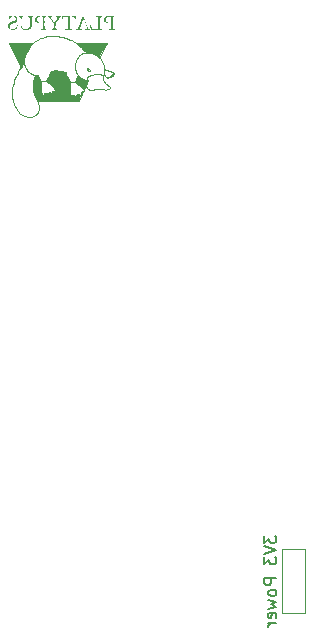
<source format=gbr>
%TF.GenerationSoftware,KiCad,Pcbnew,8.0.8*%
%TF.CreationDate,2025-01-31T12:33:27+11:00*%
%TF.ProjectId,v6_equip_joiner,76365f65-7175-4697-905f-6a6f696e6572,rev?*%
%TF.SameCoordinates,Original*%
%TF.FileFunction,Legend,Bot*%
%TF.FilePolarity,Positive*%
%FSLAX46Y46*%
G04 Gerber Fmt 4.6, Leading zero omitted, Abs format (unit mm)*
G04 Created by KiCad (PCBNEW 8.0.8) date 2025-01-31 12:33:27*
%MOMM*%
%LPD*%
G01*
G04 APERTURE LIST*
%ADD10C,0.066145*%
%ADD11C,0.053477*%
%ADD12C,0.100000*%
%ADD13C,0.150000*%
%ADD14C,0.120000*%
G04 APERTURE END LIST*
D10*
X149290684Y-48690259D02*
X149349782Y-48693431D01*
X149409135Y-48699165D01*
X149468617Y-48707459D01*
X149528100Y-48718310D01*
X149587458Y-48731714D01*
X149646566Y-48747668D01*
X149705296Y-48766169D01*
X149763522Y-48787213D01*
X149821118Y-48810798D01*
X149877956Y-48836920D01*
X149933912Y-48865577D01*
X149988858Y-48896764D01*
X150042668Y-48930478D01*
X150095216Y-48966718D01*
X150146375Y-49005478D01*
X150196018Y-49046757D01*
X150244019Y-49090550D01*
X150290253Y-49136855D01*
X150334591Y-49185668D01*
X150376909Y-49236987D01*
X150417079Y-49290807D01*
X150454974Y-49347127D01*
X150490470Y-49405942D01*
X150523439Y-49467250D01*
X150557779Y-49536122D01*
X150589297Y-49603436D01*
X150617693Y-49669680D01*
X150642665Y-49735346D01*
X150663915Y-49800923D01*
X150681140Y-49866904D01*
X150694042Y-49933777D01*
X150702318Y-50002035D01*
X150705669Y-50072166D01*
X150703793Y-50144663D01*
X150696392Y-50220014D01*
X150683163Y-50298712D01*
X150663808Y-50381246D01*
X150638024Y-50468106D01*
X150605512Y-50559785D01*
X150565971Y-50656771D01*
X150560235Y-50642666D01*
X150553831Y-50629388D01*
X150546777Y-50616913D01*
X150539096Y-50605219D01*
X150530806Y-50594283D01*
X150521928Y-50584081D01*
X150512481Y-50574592D01*
X150502487Y-50565791D01*
X150491966Y-50557657D01*
X150480936Y-50550166D01*
X150469420Y-50543296D01*
X150457436Y-50537023D01*
X150432147Y-50526178D01*
X150405230Y-50517450D01*
X150376848Y-50510654D01*
X150347162Y-50505609D01*
X150316331Y-50502130D01*
X150284519Y-50500035D01*
X150251886Y-50499141D01*
X150218593Y-50499264D01*
X150150674Y-50501834D01*
X150054633Y-50509059D01*
X149964364Y-50517697D01*
X149879717Y-50527873D01*
X149800541Y-50539710D01*
X149726686Y-50553334D01*
X149658003Y-50568869D01*
X149625553Y-50577392D01*
X149594340Y-50586439D01*
X149564344Y-50596026D01*
X149535547Y-50606169D01*
X149507930Y-50616883D01*
X149481475Y-50628183D01*
X149456162Y-50640086D01*
X149431972Y-50652606D01*
X149408888Y-50665759D01*
X149386890Y-50679561D01*
X149365959Y-50694028D01*
X149346076Y-50709175D01*
X149327224Y-50725017D01*
X149309382Y-50741570D01*
X149292533Y-50758849D01*
X149276657Y-50776871D01*
X149261735Y-50795651D01*
X149247750Y-50815204D01*
X149234682Y-50835546D01*
X149222512Y-50856692D01*
X149217522Y-50862989D01*
X149213322Y-50869235D01*
X149209878Y-50875436D01*
X149207159Y-50881599D01*
X149205133Y-50887731D01*
X149203767Y-50893838D01*
X149203030Y-50899928D01*
X149202889Y-50906008D01*
X149203312Y-50912084D01*
X149204268Y-50918163D01*
X149205724Y-50924252D01*
X149207648Y-50930358D01*
X149210008Y-50936488D01*
X149212773Y-50942649D01*
X149219385Y-50955089D01*
X149227229Y-50967734D01*
X149236047Y-50980640D01*
X149255583Y-51007450D01*
X149265786Y-51021465D01*
X149275939Y-51035959D01*
X149285784Y-51050988D01*
X149295064Y-51066607D01*
X149218645Y-51044660D01*
X149145555Y-51021030D01*
X149075737Y-50995776D01*
X149009133Y-50968959D01*
X148945686Y-50940637D01*
X148885340Y-50910870D01*
X148828035Y-50879718D01*
X148773717Y-50847240D01*
X148722326Y-50813495D01*
X148673806Y-50778543D01*
X148628100Y-50742443D01*
X148585150Y-50705256D01*
X148544900Y-50667039D01*
X148507291Y-50627854D01*
X148472266Y-50587759D01*
X148439769Y-50546813D01*
X148409742Y-50505078D01*
X148382128Y-50462610D01*
X148356869Y-50419471D01*
X148333908Y-50375720D01*
X148313188Y-50331416D01*
X148294652Y-50286619D01*
X148278242Y-50241388D01*
X148263902Y-50195783D01*
X148241199Y-50103687D01*
X148226086Y-50010808D01*
X148218104Y-49917621D01*
X148216795Y-49824603D01*
X148216794Y-49824603D01*
X148218815Y-49778767D01*
X148222498Y-49733138D01*
X148227790Y-49687775D01*
X148234638Y-49642739D01*
X148242989Y-49598088D01*
X148252788Y-49553884D01*
X148263984Y-49510185D01*
X148276523Y-49467053D01*
X148290353Y-49424547D01*
X148305419Y-49382726D01*
X148321668Y-49341652D01*
X148339049Y-49301383D01*
X148357506Y-49261980D01*
X148376988Y-49223503D01*
X148397442Y-49186011D01*
X148418813Y-49149564D01*
X148441049Y-49114224D01*
X148464097Y-49080048D01*
X148487903Y-49047098D01*
X148512415Y-49015434D01*
X148537579Y-48985114D01*
X148563342Y-48956200D01*
X148589652Y-48928751D01*
X148616454Y-48902827D01*
X148643696Y-48878489D01*
X148671325Y-48855795D01*
X148699287Y-48834806D01*
X148727529Y-48815582D01*
X148755999Y-48798182D01*
X148784642Y-48782668D01*
X148813407Y-48769098D01*
X148842239Y-48757533D01*
X148894748Y-48740086D01*
X148948523Y-48725228D01*
X149003438Y-48712956D01*
X149059367Y-48703265D01*
X149116182Y-48696153D01*
X149173757Y-48691617D01*
X149231967Y-48689653D01*
X149290684Y-48690259D01*
D11*
X144648140Y-47868510D02*
X144648132Y-47868510D01*
X144648140Y-47868503D01*
X144648140Y-47868510D01*
G36*
X144648140Y-47868510D02*
G01*
X144648132Y-47868510D01*
X144648140Y-47868503D01*
X144648140Y-47868510D01*
G37*
D10*
X143908950Y-49522920D02*
X143926656Y-49631832D01*
X143951120Y-49736521D01*
X143982226Y-49836693D01*
X144019857Y-49932052D01*
X144063899Y-50022303D01*
X144114236Y-50107149D01*
X144170751Y-50186296D01*
X144201290Y-50223640D01*
X144233330Y-50259448D01*
X144266858Y-50293683D01*
X144301857Y-50326309D01*
X144338315Y-50357289D01*
X144376217Y-50386585D01*
X144415547Y-50414160D01*
X144456292Y-50439979D01*
X144498438Y-50464003D01*
X144541969Y-50486196D01*
X144586872Y-50506520D01*
X144633132Y-50524940D01*
X144680734Y-50541418D01*
X144729664Y-50555916D01*
X144779907Y-50568399D01*
X144831450Y-50578829D01*
X144831449Y-50578837D01*
X144794520Y-50664011D01*
X144761709Y-50748300D01*
X144707860Y-50914085D01*
X144668736Y-51075920D01*
X144643168Y-51233535D01*
X144629991Y-51386659D01*
X144628035Y-51535020D01*
X144636134Y-51678347D01*
X144653119Y-51816370D01*
X144677825Y-51948818D01*
X144709082Y-52075419D01*
X144745724Y-52195903D01*
X144786584Y-52309999D01*
X144830493Y-52417435D01*
X144876284Y-52517941D01*
X144968843Y-52697077D01*
X145000610Y-52757702D01*
X145033140Y-52825952D01*
X145064972Y-52900864D01*
X145094642Y-52981478D01*
X145120687Y-53066832D01*
X145141646Y-53155963D01*
X145156055Y-53247911D01*
X145160346Y-53294641D01*
X145162451Y-53341714D01*
X145162187Y-53389011D01*
X145159372Y-53436410D01*
X145153822Y-53483793D01*
X145145355Y-53531038D01*
X145133788Y-53578026D01*
X145118938Y-53624636D01*
X145100621Y-53670748D01*
X145078656Y-53716242D01*
X145052860Y-53760998D01*
X145023049Y-53804895D01*
X144989041Y-53847814D01*
X144950653Y-53889634D01*
X144907702Y-53930234D01*
X144860005Y-53969496D01*
X144807379Y-54007298D01*
X144749642Y-54043520D01*
X144714780Y-54062455D01*
X144678648Y-54079085D01*
X144641335Y-54093454D01*
X144602930Y-54105607D01*
X144563523Y-54115587D01*
X144523205Y-54123437D01*
X144482063Y-54129203D01*
X144440188Y-54132926D01*
X144397668Y-54134652D01*
X144354595Y-54134425D01*
X144267143Y-54128283D01*
X144178548Y-54114852D01*
X144089525Y-54094482D01*
X144000791Y-54067525D01*
X143913061Y-54034330D01*
X143827052Y-53995248D01*
X143743480Y-53950630D01*
X143663060Y-53900826D01*
X143586510Y-53846188D01*
X143514544Y-53787066D01*
X143447878Y-53723811D01*
X143398308Y-53670572D01*
X143351327Y-53615299D01*
X143306890Y-53558127D01*
X143264947Y-53499189D01*
X143188360Y-53376557D01*
X143121187Y-53248485D01*
X143063052Y-53116050D01*
X143013577Y-52980333D01*
X142972382Y-52842412D01*
X142939092Y-52703367D01*
X142913327Y-52564276D01*
X142894710Y-52426220D01*
X142882864Y-52290277D01*
X142877410Y-52157526D01*
X142877970Y-52029047D01*
X142884167Y-51905919D01*
X142895623Y-51789221D01*
X142911959Y-51680033D01*
X142959231Y-51450952D01*
X143013258Y-51240044D01*
X143073002Y-51045906D01*
X143137427Y-50867136D01*
X143205496Y-50702331D01*
X143276172Y-50550089D01*
X143348416Y-50409007D01*
X143421193Y-50277684D01*
X143696882Y-49821919D01*
X143756763Y-49718348D01*
X143810954Y-49616120D01*
X143858417Y-49513832D01*
X143898116Y-49410082D01*
X143908950Y-49522920D01*
D11*
X146674644Y-50199608D02*
X146770452Y-50206361D01*
X146865610Y-50216457D01*
X146958805Y-50229393D01*
X147048720Y-50244669D01*
X147134039Y-50261782D01*
X147213448Y-50280231D01*
X147285632Y-50299515D01*
X147349274Y-50319131D01*
X147403059Y-50338579D01*
X147445672Y-50357356D01*
X147447486Y-50388715D01*
X147450539Y-50419104D01*
X147454766Y-50448579D01*
X147460099Y-50477196D01*
X147466474Y-50505011D01*
X147473824Y-50532080D01*
X147482083Y-50558458D01*
X147491185Y-50584201D01*
X147511655Y-50634008D01*
X147534705Y-50681947D01*
X147559808Y-50728465D01*
X147586436Y-50774008D01*
X147642155Y-50863961D01*
X147670189Y-50909264D01*
X147697636Y-50955381D01*
X147723968Y-51002758D01*
X147748657Y-51051843D01*
X147771175Y-51103083D01*
X147781455Y-51129650D01*
X147790994Y-51156924D01*
X147791800Y-51157088D01*
X147792542Y-51157218D01*
X147793239Y-51157325D01*
X147793914Y-51157421D01*
X147794588Y-51157516D01*
X147795281Y-51157624D01*
X147796016Y-51157756D01*
X147796812Y-51157923D01*
X147804080Y-51202456D01*
X147809036Y-51248131D01*
X147811926Y-51294687D01*
X147812995Y-51341865D01*
X147812491Y-51389404D01*
X147810658Y-51437044D01*
X147803993Y-51531587D01*
X147785555Y-51710436D01*
X147777719Y-51790578D01*
X147775008Y-51827418D01*
X147773430Y-51861758D01*
X147773477Y-51895861D01*
X147774508Y-51932170D01*
X147776449Y-51970076D01*
X147779228Y-52008971D01*
X147782770Y-52048248D01*
X147787001Y-52087298D01*
X147791849Y-52125513D01*
X147797239Y-52162287D01*
X147803099Y-52197011D01*
X147809354Y-52229077D01*
X147815931Y-52257877D01*
X147822756Y-52282804D01*
X147829756Y-52303250D01*
X147836857Y-52318607D01*
X147840422Y-52324187D01*
X147843986Y-52328267D01*
X147847537Y-52330770D01*
X147851068Y-52331622D01*
X147855469Y-52332428D01*
X147859769Y-52332536D01*
X147863985Y-52331993D01*
X147868134Y-52330848D01*
X147872234Y-52329148D01*
X147876301Y-52326942D01*
X147880351Y-52324277D01*
X147884403Y-52321202D01*
X147892579Y-52314014D01*
X147900962Y-52305760D01*
X147918896Y-52287595D01*
X147928719Y-52278452D01*
X147933904Y-52274034D01*
X147939293Y-52269782D01*
X147944905Y-52265744D01*
X147950755Y-52261968D01*
X147956861Y-52258502D01*
X147963239Y-52255394D01*
X147969908Y-52252693D01*
X147976883Y-52250446D01*
X147984181Y-52248701D01*
X147991821Y-52247507D01*
X147999818Y-52246911D01*
X148008189Y-52246961D01*
X148016952Y-52247706D01*
X148026124Y-52249194D01*
X148035617Y-52251334D01*
X148044873Y-52253983D01*
X148053900Y-52257109D01*
X148062710Y-52260680D01*
X148071313Y-52264662D01*
X148079720Y-52269024D01*
X148087941Y-52273732D01*
X148095986Y-52278755D01*
X148103867Y-52284060D01*
X148111594Y-52289614D01*
X148126626Y-52301340D01*
X148141167Y-52313674D01*
X148155302Y-52326355D01*
X148182688Y-52351722D01*
X148196107Y-52363887D01*
X148209456Y-52375360D01*
X148222820Y-52385882D01*
X148229533Y-52390704D01*
X148236281Y-52395192D01*
X148243075Y-52399311D01*
X148249925Y-52403030D01*
X148256842Y-52406316D01*
X148263836Y-52409136D01*
X148270097Y-52407966D01*
X148275778Y-52405900D01*
X148280930Y-52402993D01*
X148285605Y-52399301D01*
X148289853Y-52394880D01*
X148293724Y-52389786D01*
X148297270Y-52384075D01*
X148300542Y-52377803D01*
X148306465Y-52363797D01*
X148311901Y-52348217D01*
X148322937Y-52314120D01*
X148329351Y-52296496D01*
X148336905Y-52279085D01*
X148341236Y-52270599D01*
X148346005Y-52262334D01*
X148351263Y-52254345D01*
X148357059Y-52246689D01*
X148363446Y-52239421D01*
X148370473Y-52232597D01*
X148378192Y-52226273D01*
X148386654Y-52220506D01*
X148395910Y-52215350D01*
X148406009Y-52210862D01*
X148417004Y-52207097D01*
X148428945Y-52204111D01*
X148435601Y-52203312D01*
X148442876Y-52203225D01*
X148450727Y-52203799D01*
X148459114Y-52204985D01*
X148477332Y-52208993D01*
X148497199Y-52214849D01*
X148518385Y-52222156D01*
X148540560Y-52230513D01*
X148586560Y-52248783D01*
X148632559Y-52266466D01*
X148654734Y-52274090D01*
X148675919Y-52280371D01*
X148695785Y-52284909D01*
X148705120Y-52286399D01*
X148714001Y-52287305D01*
X148722388Y-52287575D01*
X148730239Y-52287160D01*
X148737513Y-52286010D01*
X148744168Y-52284075D01*
X148747521Y-52282329D01*
X148750116Y-52279917D01*
X148752016Y-52276860D01*
X148753284Y-52273179D01*
X148753984Y-52268897D01*
X148754179Y-52264034D01*
X148753306Y-52252652D01*
X148742257Y-52188205D01*
X148740136Y-52168223D01*
X148739283Y-52147035D01*
X148740204Y-52124816D01*
X148741488Y-52113372D01*
X148743405Y-52101735D01*
X148746019Y-52089926D01*
X148749392Y-52077966D01*
X148753589Y-52065877D01*
X148758672Y-52053680D01*
X148764704Y-52041397D01*
X148771749Y-52029049D01*
X148779871Y-52016657D01*
X148789131Y-52004244D01*
X148792519Y-52000287D01*
X148795972Y-51996546D01*
X148799487Y-51993016D01*
X148803061Y-51989690D01*
X148806690Y-51986564D01*
X148810372Y-51983630D01*
X148817882Y-51978319D01*
X148825566Y-51973710D01*
X148833400Y-51969756D01*
X148841358Y-51966411D01*
X148849418Y-51963626D01*
X148857553Y-51961356D01*
X148865740Y-51959553D01*
X148873954Y-51958171D01*
X148882171Y-51957163D01*
X148890366Y-51956481D01*
X148898515Y-51956079D01*
X148906594Y-51955910D01*
X148914577Y-51955927D01*
X148818068Y-52156168D01*
X148527258Y-52753291D01*
X144996388Y-52754427D01*
X144893207Y-52558698D01*
X144841334Y-52452014D01*
X144815957Y-52394903D01*
X144791193Y-52334682D01*
X144767222Y-52270905D01*
X144744224Y-52203125D01*
X144722379Y-52130894D01*
X144701867Y-52053767D01*
X144682867Y-51971295D01*
X144665561Y-51883031D01*
X144650127Y-51788529D01*
X144636746Y-51687342D01*
X144631553Y-51635014D01*
X144628198Y-51582778D01*
X144626571Y-51530737D01*
X144626561Y-51478993D01*
X144628059Y-51427650D01*
X144630955Y-51376810D01*
X144635140Y-51326577D01*
X144640505Y-51277053D01*
X144654332Y-51180545D01*
X144671560Y-51088110D01*
X144691311Y-51000570D01*
X144712707Y-50918749D01*
X144734872Y-50843471D01*
X144756929Y-50775558D01*
X144777998Y-50715835D01*
X144797205Y-50665124D01*
X144826517Y-50594033D01*
X144837848Y-50568873D01*
X144867388Y-50572393D01*
X144896106Y-50574509D01*
X144924590Y-50575303D01*
X144953428Y-50574854D01*
X144983206Y-50573244D01*
X145014513Y-50570553D01*
X145047935Y-50566862D01*
X145084061Y-50562250D01*
X145083521Y-50581691D01*
X145084142Y-50601165D01*
X145085852Y-50620656D01*
X145088580Y-50640143D01*
X145092253Y-50659611D01*
X145096800Y-50679040D01*
X145102149Y-50698413D01*
X145108229Y-50717712D01*
X145122294Y-50756015D01*
X145138420Y-50793805D01*
X145156034Y-50830938D01*
X145174563Y-50867271D01*
X145246354Y-51001713D01*
X145260852Y-51031882D01*
X145272823Y-51060387D01*
X145281694Y-51087083D01*
X145284787Y-51099708D01*
X145286890Y-51111826D01*
X145296244Y-51232802D01*
X145304458Y-51391570D01*
X145314917Y-51572930D01*
X145331005Y-51761681D01*
X145342216Y-51854077D01*
X145356103Y-51942620D01*
X145373089Y-52025410D01*
X145393596Y-52100546D01*
X145405303Y-52134651D01*
X145418049Y-52166129D01*
X145431886Y-52194744D01*
X145446868Y-52220258D01*
X145463048Y-52242434D01*
X145480479Y-52261034D01*
X145499212Y-52275820D01*
X145519302Y-52286555D01*
X145523000Y-52287393D01*
X145526603Y-52287136D01*
X145530133Y-52285845D01*
X145533612Y-52283583D01*
X145537063Y-52280411D01*
X145540506Y-52276391D01*
X145547461Y-52266054D01*
X145554650Y-52253066D01*
X145562252Y-52237921D01*
X145579391Y-52203141D01*
X145589280Y-52184493D01*
X145600282Y-52165665D01*
X145612574Y-52147153D01*
X145619259Y-52138170D01*
X145626331Y-52129450D01*
X145633814Y-52121057D01*
X145641729Y-52113051D01*
X145650098Y-52105494D01*
X145658943Y-52098449D01*
X145668286Y-52091977D01*
X145678149Y-52086140D01*
X145688554Y-52080999D01*
X145699522Y-52076617D01*
X145710861Y-52073437D01*
X145721896Y-52071798D01*
X145732629Y-52071600D01*
X145743066Y-52072742D01*
X145753209Y-52075125D01*
X145763062Y-52078649D01*
X145772629Y-52083215D01*
X145781913Y-52088722D01*
X145790919Y-52095072D01*
X145799650Y-52102163D01*
X145808109Y-52109897D01*
X145816301Y-52118174D01*
X145831896Y-52135956D01*
X145846465Y-52154712D01*
X145895069Y-52223513D01*
X145904949Y-52235167D01*
X145909569Y-52239614D01*
X145913981Y-52243007D01*
X145918187Y-52245247D01*
X145922192Y-52246234D01*
X145926000Y-52245869D01*
X145929614Y-52244051D01*
X145932131Y-52241996D01*
X145934536Y-52239146D01*
X145936850Y-52235555D01*
X145939092Y-52231279D01*
X145943441Y-52220887D01*
X145947746Y-52208405D01*
X145956869Y-52178914D01*
X145962009Y-52162776D01*
X145967749Y-52146290D01*
X145974252Y-52129892D01*
X145981679Y-52114017D01*
X145985789Y-52106412D01*
X145990191Y-52099102D01*
X145994904Y-52092139D01*
X145999949Y-52085580D01*
X146005345Y-52079478D01*
X146011114Y-52073888D01*
X146017275Y-52068865D01*
X146023848Y-52064462D01*
X146030854Y-52060735D01*
X146038313Y-52057737D01*
X146046245Y-52055523D01*
X146054669Y-52054148D01*
X146063053Y-52053860D01*
X146071315Y-52054366D01*
X146079451Y-52055610D01*
X146087455Y-52057536D01*
X146095324Y-52060088D01*
X146103053Y-52063210D01*
X146110638Y-52066847D01*
X146118072Y-52070942D01*
X146125353Y-52075440D01*
X146132476Y-52080285D01*
X146139435Y-52085422D01*
X146146227Y-52090793D01*
X146159290Y-52102018D01*
X146171626Y-52113514D01*
X146193976Y-52135533D01*
X146203916Y-52145161D01*
X146212984Y-52153274D01*
X146217179Y-52156622D01*
X146221143Y-52159424D01*
X146224870Y-52161623D01*
X146228356Y-52163165D01*
X146231596Y-52163992D01*
X146234587Y-52164049D01*
X146237322Y-52163281D01*
X146239799Y-52161631D01*
X146240603Y-52158418D01*
X146241160Y-52154439D01*
X146241658Y-52144395D01*
X146241060Y-52117466D01*
X146239998Y-52084270D01*
X146239915Y-52066392D01*
X146240462Y-52048232D01*
X146241889Y-52030219D01*
X146244445Y-52012781D01*
X146246223Y-52004411D01*
X146248378Y-51996345D01*
X146250938Y-51988637D01*
X146253937Y-51981340D01*
X146257404Y-51974509D01*
X146261372Y-51968195D01*
X146265870Y-51962454D01*
X146270931Y-51957338D01*
X146276585Y-51952902D01*
X146282863Y-51949197D01*
X146289797Y-51946279D01*
X146297418Y-51944201D01*
X146305498Y-51943110D01*
X146313772Y-51942616D01*
X146322214Y-51942673D01*
X146330799Y-51943235D01*
X146339502Y-51944253D01*
X146348296Y-51945683D01*
X146357156Y-51947477D01*
X146366056Y-51949588D01*
X146383874Y-51954577D01*
X146401546Y-51960276D01*
X146435629Y-51972309D01*
X146451629Y-51977898D01*
X146466662Y-51982703D01*
X146480522Y-51986352D01*
X146486949Y-51987626D01*
X146493005Y-51988470D01*
X146498666Y-51988839D01*
X146503905Y-51988685D01*
X146508697Y-51987962D01*
X146513017Y-51986624D01*
X146516838Y-51984622D01*
X146520135Y-51981912D01*
X146522883Y-51978446D01*
X146525055Y-51974177D01*
X146526034Y-51961584D01*
X146524339Y-51943021D01*
X146520049Y-51919193D01*
X146513245Y-51890807D01*
X146504008Y-51858570D01*
X146492418Y-51823188D01*
X146478557Y-51785368D01*
X146462504Y-51745817D01*
X146444340Y-51705240D01*
X146424146Y-51664345D01*
X146402002Y-51623837D01*
X146377990Y-51584425D01*
X146352189Y-51546814D01*
X146324680Y-51511710D01*
X146295545Y-51479821D01*
X146280392Y-51465303D01*
X146264862Y-51451853D01*
X146232509Y-51426117D01*
X146199408Y-51401288D01*
X146165809Y-51377220D01*
X146131962Y-51353767D01*
X145999066Y-51263172D01*
X145967711Y-51240597D01*
X145937602Y-51217758D01*
X145908988Y-51194509D01*
X145882118Y-51170704D01*
X145857241Y-51146197D01*
X145834606Y-51120840D01*
X145824207Y-51107798D01*
X145814462Y-51094489D01*
X145805403Y-51080894D01*
X145797059Y-51066996D01*
X145793613Y-51067981D01*
X145790022Y-51068889D01*
X145786328Y-51069743D01*
X145782571Y-51070566D01*
X145775034Y-51072201D01*
X145771336Y-51073057D01*
X145767739Y-51073969D01*
X145784908Y-51069195D01*
X145793528Y-51066826D01*
X145802103Y-51064547D01*
X145799515Y-51047302D01*
X145798727Y-51029758D01*
X145799647Y-51011892D01*
X145802185Y-50993684D01*
X145806248Y-50975111D01*
X145811747Y-50956152D01*
X145826686Y-50916992D01*
X145846271Y-50876030D01*
X145869774Y-50833094D01*
X145925614Y-50740615D01*
X145988374Y-50638179D01*
X146020526Y-50582797D01*
X146052220Y-50524409D01*
X146082727Y-50462844D01*
X146111317Y-50397930D01*
X146137262Y-50329494D01*
X146159833Y-50257365D01*
X146194884Y-50244623D01*
X146231911Y-50233531D01*
X146311232Y-50216049D01*
X146396481Y-50204417D01*
X146486343Y-50198134D01*
X146579503Y-50196698D01*
X146674644Y-50199608D01*
G36*
X146674644Y-50199608D02*
G01*
X146770452Y-50206361D01*
X146865610Y-50216457D01*
X146958805Y-50229393D01*
X147048720Y-50244669D01*
X147134039Y-50261782D01*
X147213448Y-50280231D01*
X147285632Y-50299515D01*
X147349274Y-50319131D01*
X147403059Y-50338579D01*
X147445672Y-50357356D01*
X147447486Y-50388715D01*
X147450539Y-50419104D01*
X147454766Y-50448579D01*
X147460099Y-50477196D01*
X147466474Y-50505011D01*
X147473824Y-50532080D01*
X147482083Y-50558458D01*
X147491185Y-50584201D01*
X147511655Y-50634008D01*
X147534705Y-50681947D01*
X147559808Y-50728465D01*
X147586436Y-50774008D01*
X147642155Y-50863961D01*
X147670189Y-50909264D01*
X147697636Y-50955381D01*
X147723968Y-51002758D01*
X147748657Y-51051843D01*
X147771175Y-51103083D01*
X147781455Y-51129650D01*
X147790994Y-51156924D01*
X147791800Y-51157088D01*
X147792542Y-51157218D01*
X147793239Y-51157325D01*
X147793914Y-51157421D01*
X147794588Y-51157516D01*
X147795281Y-51157624D01*
X147796016Y-51157756D01*
X147796812Y-51157923D01*
X147804080Y-51202456D01*
X147809036Y-51248131D01*
X147811926Y-51294687D01*
X147812995Y-51341865D01*
X147812491Y-51389404D01*
X147810658Y-51437044D01*
X147803993Y-51531587D01*
X147785555Y-51710436D01*
X147777719Y-51790578D01*
X147775008Y-51827418D01*
X147773430Y-51861758D01*
X147773477Y-51895861D01*
X147774508Y-51932170D01*
X147776449Y-51970076D01*
X147779228Y-52008971D01*
X147782770Y-52048248D01*
X147787001Y-52087298D01*
X147791849Y-52125513D01*
X147797239Y-52162287D01*
X147803099Y-52197011D01*
X147809354Y-52229077D01*
X147815931Y-52257877D01*
X147822756Y-52282804D01*
X147829756Y-52303250D01*
X147836857Y-52318607D01*
X147840422Y-52324187D01*
X147843986Y-52328267D01*
X147847537Y-52330770D01*
X147851068Y-52331622D01*
X147855469Y-52332428D01*
X147859769Y-52332536D01*
X147863985Y-52331993D01*
X147868134Y-52330848D01*
X147872234Y-52329148D01*
X147876301Y-52326942D01*
X147880351Y-52324277D01*
X147884403Y-52321202D01*
X147892579Y-52314014D01*
X147900962Y-52305760D01*
X147918896Y-52287595D01*
X147928719Y-52278452D01*
X147933904Y-52274034D01*
X147939293Y-52269782D01*
X147944905Y-52265744D01*
X147950755Y-52261968D01*
X147956861Y-52258502D01*
X147963239Y-52255394D01*
X147969908Y-52252693D01*
X147976883Y-52250446D01*
X147984181Y-52248701D01*
X147991821Y-52247507D01*
X147999818Y-52246911D01*
X148008189Y-52246961D01*
X148016952Y-52247706D01*
X148026124Y-52249194D01*
X148035617Y-52251334D01*
X148044873Y-52253983D01*
X148053900Y-52257109D01*
X148062710Y-52260680D01*
X148071313Y-52264662D01*
X148079720Y-52269024D01*
X148087941Y-52273732D01*
X148095986Y-52278755D01*
X148103867Y-52284060D01*
X148111594Y-52289614D01*
X148126626Y-52301340D01*
X148141167Y-52313674D01*
X148155302Y-52326355D01*
X148182688Y-52351722D01*
X148196107Y-52363887D01*
X148209456Y-52375360D01*
X148222820Y-52385882D01*
X148229533Y-52390704D01*
X148236281Y-52395192D01*
X148243075Y-52399311D01*
X148249925Y-52403030D01*
X148256842Y-52406316D01*
X148263836Y-52409136D01*
X148270097Y-52407966D01*
X148275778Y-52405900D01*
X148280930Y-52402993D01*
X148285605Y-52399301D01*
X148289853Y-52394880D01*
X148293724Y-52389786D01*
X148297270Y-52384075D01*
X148300542Y-52377803D01*
X148306465Y-52363797D01*
X148311901Y-52348217D01*
X148322937Y-52314120D01*
X148329351Y-52296496D01*
X148336905Y-52279085D01*
X148341236Y-52270599D01*
X148346005Y-52262334D01*
X148351263Y-52254345D01*
X148357059Y-52246689D01*
X148363446Y-52239421D01*
X148370473Y-52232597D01*
X148378192Y-52226273D01*
X148386654Y-52220506D01*
X148395910Y-52215350D01*
X148406009Y-52210862D01*
X148417004Y-52207097D01*
X148428945Y-52204111D01*
X148435601Y-52203312D01*
X148442876Y-52203225D01*
X148450727Y-52203799D01*
X148459114Y-52204985D01*
X148477332Y-52208993D01*
X148497199Y-52214849D01*
X148518385Y-52222156D01*
X148540560Y-52230513D01*
X148586560Y-52248783D01*
X148632559Y-52266466D01*
X148654734Y-52274090D01*
X148675919Y-52280371D01*
X148695785Y-52284909D01*
X148705120Y-52286399D01*
X148714001Y-52287305D01*
X148722388Y-52287575D01*
X148730239Y-52287160D01*
X148737513Y-52286010D01*
X148744168Y-52284075D01*
X148747521Y-52282329D01*
X148750116Y-52279917D01*
X148752016Y-52276860D01*
X148753284Y-52273179D01*
X148753984Y-52268897D01*
X148754179Y-52264034D01*
X148753306Y-52252652D01*
X148742257Y-52188205D01*
X148740136Y-52168223D01*
X148739283Y-52147035D01*
X148740204Y-52124816D01*
X148741488Y-52113372D01*
X148743405Y-52101735D01*
X148746019Y-52089926D01*
X148749392Y-52077966D01*
X148753589Y-52065877D01*
X148758672Y-52053680D01*
X148764704Y-52041397D01*
X148771749Y-52029049D01*
X148779871Y-52016657D01*
X148789131Y-52004244D01*
X148792519Y-52000287D01*
X148795972Y-51996546D01*
X148799487Y-51993016D01*
X148803061Y-51989690D01*
X148806690Y-51986564D01*
X148810372Y-51983630D01*
X148817882Y-51978319D01*
X148825566Y-51973710D01*
X148833400Y-51969756D01*
X148841358Y-51966411D01*
X148849418Y-51963626D01*
X148857553Y-51961356D01*
X148865740Y-51959553D01*
X148873954Y-51958171D01*
X148882171Y-51957163D01*
X148890366Y-51956481D01*
X148898515Y-51956079D01*
X148906594Y-51955910D01*
X148914577Y-51955927D01*
X148818068Y-52156168D01*
X148527258Y-52753291D01*
X144996388Y-52754427D01*
X144893207Y-52558698D01*
X144841334Y-52452014D01*
X144815957Y-52394903D01*
X144791193Y-52334682D01*
X144767222Y-52270905D01*
X144744224Y-52203125D01*
X144722379Y-52130894D01*
X144701867Y-52053767D01*
X144682867Y-51971295D01*
X144665561Y-51883031D01*
X144650127Y-51788529D01*
X144636746Y-51687342D01*
X144631553Y-51635014D01*
X144628198Y-51582778D01*
X144626571Y-51530737D01*
X144626561Y-51478993D01*
X144628059Y-51427650D01*
X144630955Y-51376810D01*
X144635140Y-51326577D01*
X144640505Y-51277053D01*
X144654332Y-51180545D01*
X144671560Y-51088110D01*
X144691311Y-51000570D01*
X144712707Y-50918749D01*
X144734872Y-50843471D01*
X144756929Y-50775558D01*
X144777998Y-50715835D01*
X144797205Y-50665124D01*
X144826517Y-50594033D01*
X144837848Y-50568873D01*
X144867388Y-50572393D01*
X144896106Y-50574509D01*
X144924590Y-50575303D01*
X144953428Y-50574854D01*
X144983206Y-50573244D01*
X145014513Y-50570553D01*
X145047935Y-50566862D01*
X145084061Y-50562250D01*
X145083521Y-50581691D01*
X145084142Y-50601165D01*
X145085852Y-50620656D01*
X145088580Y-50640143D01*
X145092253Y-50659611D01*
X145096800Y-50679040D01*
X145102149Y-50698413D01*
X145108229Y-50717712D01*
X145122294Y-50756015D01*
X145138420Y-50793805D01*
X145156034Y-50830938D01*
X145174563Y-50867271D01*
X145246354Y-51001713D01*
X145260852Y-51031882D01*
X145272823Y-51060387D01*
X145281694Y-51087083D01*
X145284787Y-51099708D01*
X145286890Y-51111826D01*
X145296244Y-51232802D01*
X145304458Y-51391570D01*
X145314917Y-51572930D01*
X145331005Y-51761681D01*
X145342216Y-51854077D01*
X145356103Y-51942620D01*
X145373089Y-52025410D01*
X145393596Y-52100546D01*
X145405303Y-52134651D01*
X145418049Y-52166129D01*
X145431886Y-52194744D01*
X145446868Y-52220258D01*
X145463048Y-52242434D01*
X145480479Y-52261034D01*
X145499212Y-52275820D01*
X145519302Y-52286555D01*
X145523000Y-52287393D01*
X145526603Y-52287136D01*
X145530133Y-52285845D01*
X145533612Y-52283583D01*
X145537063Y-52280411D01*
X145540506Y-52276391D01*
X145547461Y-52266054D01*
X145554650Y-52253066D01*
X145562252Y-52237921D01*
X145579391Y-52203141D01*
X145589280Y-52184493D01*
X145600282Y-52165665D01*
X145612574Y-52147153D01*
X145619259Y-52138170D01*
X145626331Y-52129450D01*
X145633814Y-52121057D01*
X145641729Y-52113051D01*
X145650098Y-52105494D01*
X145658943Y-52098449D01*
X145668286Y-52091977D01*
X145678149Y-52086140D01*
X145688554Y-52080999D01*
X145699522Y-52076617D01*
X145710861Y-52073437D01*
X145721896Y-52071798D01*
X145732629Y-52071600D01*
X145743066Y-52072742D01*
X145753209Y-52075125D01*
X145763062Y-52078649D01*
X145772629Y-52083215D01*
X145781913Y-52088722D01*
X145790919Y-52095072D01*
X145799650Y-52102163D01*
X145808109Y-52109897D01*
X145816301Y-52118174D01*
X145831896Y-52135956D01*
X145846465Y-52154712D01*
X145895069Y-52223513D01*
X145904949Y-52235167D01*
X145909569Y-52239614D01*
X145913981Y-52243007D01*
X145918187Y-52245247D01*
X145922192Y-52246234D01*
X145926000Y-52245869D01*
X145929614Y-52244051D01*
X145932131Y-52241996D01*
X145934536Y-52239146D01*
X145936850Y-52235555D01*
X145939092Y-52231279D01*
X145943441Y-52220887D01*
X145947746Y-52208405D01*
X145956869Y-52178914D01*
X145962009Y-52162776D01*
X145967749Y-52146290D01*
X145974252Y-52129892D01*
X145981679Y-52114017D01*
X145985789Y-52106412D01*
X145990191Y-52099102D01*
X145994904Y-52092139D01*
X145999949Y-52085580D01*
X146005345Y-52079478D01*
X146011114Y-52073888D01*
X146017275Y-52068865D01*
X146023848Y-52064462D01*
X146030854Y-52060735D01*
X146038313Y-52057737D01*
X146046245Y-52055523D01*
X146054669Y-52054148D01*
X146063053Y-52053860D01*
X146071315Y-52054366D01*
X146079451Y-52055610D01*
X146087455Y-52057536D01*
X146095324Y-52060088D01*
X146103053Y-52063210D01*
X146110638Y-52066847D01*
X146118072Y-52070942D01*
X146125353Y-52075440D01*
X146132476Y-52080285D01*
X146139435Y-52085422D01*
X146146227Y-52090793D01*
X146159290Y-52102018D01*
X146171626Y-52113514D01*
X146193976Y-52135533D01*
X146203916Y-52145161D01*
X146212984Y-52153274D01*
X146217179Y-52156622D01*
X146221143Y-52159424D01*
X146224870Y-52161623D01*
X146228356Y-52163165D01*
X146231596Y-52163992D01*
X146234587Y-52164049D01*
X146237322Y-52163281D01*
X146239799Y-52161631D01*
X146240603Y-52158418D01*
X146241160Y-52154439D01*
X146241658Y-52144395D01*
X146241060Y-52117466D01*
X146239998Y-52084270D01*
X146239915Y-52066392D01*
X146240462Y-52048232D01*
X146241889Y-52030219D01*
X146244445Y-52012781D01*
X146246223Y-52004411D01*
X146248378Y-51996345D01*
X146250938Y-51988637D01*
X146253937Y-51981340D01*
X146257404Y-51974509D01*
X146261372Y-51968195D01*
X146265870Y-51962454D01*
X146270931Y-51957338D01*
X146276585Y-51952902D01*
X146282863Y-51949197D01*
X146289797Y-51946279D01*
X146297418Y-51944201D01*
X146305498Y-51943110D01*
X146313772Y-51942616D01*
X146322214Y-51942673D01*
X146330799Y-51943235D01*
X146339502Y-51944253D01*
X146348296Y-51945683D01*
X146357156Y-51947477D01*
X146366056Y-51949588D01*
X146383874Y-51954577D01*
X146401546Y-51960276D01*
X146435629Y-51972309D01*
X146451629Y-51977898D01*
X146466662Y-51982703D01*
X146480522Y-51986352D01*
X146486949Y-51987626D01*
X146493005Y-51988470D01*
X146498666Y-51988839D01*
X146503905Y-51988685D01*
X146508697Y-51987962D01*
X146513017Y-51986624D01*
X146516838Y-51984622D01*
X146520135Y-51981912D01*
X146522883Y-51978446D01*
X146525055Y-51974177D01*
X146526034Y-51961584D01*
X146524339Y-51943021D01*
X146520049Y-51919193D01*
X146513245Y-51890807D01*
X146504008Y-51858570D01*
X146492418Y-51823188D01*
X146478557Y-51785368D01*
X146462504Y-51745817D01*
X146444340Y-51705240D01*
X146424146Y-51664345D01*
X146402002Y-51623837D01*
X146377990Y-51584425D01*
X146352189Y-51546814D01*
X146324680Y-51511710D01*
X146295545Y-51479821D01*
X146280392Y-51465303D01*
X146264862Y-51451853D01*
X146232509Y-51426117D01*
X146199408Y-51401288D01*
X146165809Y-51377220D01*
X146131962Y-51353767D01*
X145999066Y-51263172D01*
X145967711Y-51240597D01*
X145937602Y-51217758D01*
X145908988Y-51194509D01*
X145882118Y-51170704D01*
X145857241Y-51146197D01*
X145834606Y-51120840D01*
X145824207Y-51107798D01*
X145814462Y-51094489D01*
X145805403Y-51080894D01*
X145797059Y-51066996D01*
X145793613Y-51067981D01*
X145790022Y-51068889D01*
X145786328Y-51069743D01*
X145782571Y-51070566D01*
X145775034Y-51072201D01*
X145771336Y-51073057D01*
X145767739Y-51073969D01*
X145784908Y-51069195D01*
X145793528Y-51066826D01*
X145802103Y-51064547D01*
X145799515Y-51047302D01*
X145798727Y-51029758D01*
X145799647Y-51011892D01*
X145802185Y-50993684D01*
X145806248Y-50975111D01*
X145811747Y-50956152D01*
X145826686Y-50916992D01*
X145846271Y-50876030D01*
X145869774Y-50833094D01*
X145925614Y-50740615D01*
X145988374Y-50638179D01*
X146020526Y-50582797D01*
X146052220Y-50524409D01*
X146082727Y-50462844D01*
X146111317Y-50397930D01*
X146137262Y-50329494D01*
X146159833Y-50257365D01*
X146194884Y-50244623D01*
X146231911Y-50233531D01*
X146311232Y-50216049D01*
X146396481Y-50204417D01*
X146486343Y-50198134D01*
X146579503Y-50196698D01*
X146674644Y-50199608D01*
G37*
D10*
X150202268Y-50502524D02*
X150287377Y-50508559D01*
X150365827Y-50519328D01*
X150383805Y-50522725D01*
X150400701Y-50526360D01*
X150416549Y-50530235D01*
X150431383Y-50534354D01*
X150445234Y-50538721D01*
X150458135Y-50543338D01*
X150470121Y-50548208D01*
X150481223Y-50553335D01*
X150491475Y-50558722D01*
X150500910Y-50564372D01*
X150509561Y-50570289D01*
X150517460Y-50576475D01*
X150524641Y-50582934D01*
X150531136Y-50589668D01*
X150536980Y-50596682D01*
X150542204Y-50603979D01*
X150546841Y-50611560D01*
X150550925Y-50619431D01*
X150554489Y-50627593D01*
X150557566Y-50636051D01*
X150560188Y-50644807D01*
X150562388Y-50653864D01*
X150565657Y-50672897D01*
X150567636Y-50693174D01*
X150568588Y-50714721D01*
X150568779Y-50737564D01*
X150568471Y-50761729D01*
X150568910Y-50796165D01*
X150573035Y-50834449D01*
X150580840Y-50876034D01*
X150592316Y-50920377D01*
X150607458Y-50966930D01*
X150626257Y-51015148D01*
X150648706Y-51064487D01*
X150674798Y-51114400D01*
X150704525Y-51164343D01*
X150737880Y-51213769D01*
X150774856Y-51262134D01*
X150815445Y-51308892D01*
X150859640Y-51353497D01*
X150883088Y-51374822D01*
X150907434Y-51395404D01*
X150932679Y-51415176D01*
X150958820Y-51434068D01*
X150985857Y-51452013D01*
X151013789Y-51468943D01*
X151013790Y-51468943D01*
X151013791Y-51468944D01*
X151013791Y-51468945D01*
X151013792Y-51468945D01*
X151013793Y-51468947D01*
X151013793Y-51468948D01*
X151013794Y-51468949D01*
X151013795Y-51468949D01*
X151013795Y-51468950D01*
X151013796Y-51468950D01*
X151013796Y-51468951D01*
X151013797Y-51468951D01*
X151049111Y-51490854D01*
X151079623Y-51512485D01*
X151105471Y-51533790D01*
X151126792Y-51554716D01*
X151143725Y-51575210D01*
X151156408Y-51595219D01*
X151164977Y-51614690D01*
X151169572Y-51633570D01*
X151170330Y-51651806D01*
X151167389Y-51669344D01*
X151160886Y-51686132D01*
X151150960Y-51702117D01*
X151137749Y-51717245D01*
X151121390Y-51731463D01*
X151102022Y-51744719D01*
X151079782Y-51756958D01*
X151054808Y-51768129D01*
X151027238Y-51778178D01*
X150964861Y-51794697D01*
X150893755Y-51806092D01*
X150815023Y-51811936D01*
X150729767Y-51811807D01*
X150639091Y-51805279D01*
X150544099Y-51791927D01*
X150445892Y-51771326D01*
X150414481Y-51764130D01*
X150384030Y-51757969D01*
X150354515Y-51752796D01*
X150325914Y-51748565D01*
X150298203Y-51745226D01*
X150271359Y-51742733D01*
X150245361Y-51741038D01*
X150220184Y-51740093D01*
X150195806Y-51739851D01*
X150172204Y-51740265D01*
X150127237Y-51742866D01*
X150085099Y-51747518D01*
X150045607Y-51753839D01*
X150008577Y-51761448D01*
X149973827Y-51769965D01*
X149941173Y-51779009D01*
X149910432Y-51788200D01*
X149853957Y-51805497D01*
X149827855Y-51812843D01*
X149802934Y-51818812D01*
X149769411Y-51825049D01*
X149735522Y-51830524D01*
X149701370Y-51835063D01*
X149667055Y-51838489D01*
X149632683Y-51840627D01*
X149598354Y-51841301D01*
X149564172Y-51840334D01*
X149530239Y-51837552D01*
X149496658Y-51832779D01*
X149463531Y-51825839D01*
X149430962Y-51816556D01*
X149399051Y-51804754D01*
X149383376Y-51797853D01*
X149367904Y-51790258D01*
X149352648Y-51781944D01*
X149337620Y-51772891D01*
X149322835Y-51763077D01*
X149308305Y-51752479D01*
X149294042Y-51741076D01*
X149280059Y-51728846D01*
X149259674Y-51709790D01*
X149241168Y-51691019D01*
X149224489Y-51672496D01*
X149209582Y-51654183D01*
X149196391Y-51636045D01*
X149184863Y-51618044D01*
X149174943Y-51600142D01*
X149166576Y-51582303D01*
X149159708Y-51564490D01*
X149154285Y-51546665D01*
X149150251Y-51528792D01*
X149147553Y-51510833D01*
X149146135Y-51492751D01*
X149145944Y-51474510D01*
X149146925Y-51456072D01*
X149149023Y-51437400D01*
X149152184Y-51418458D01*
X149156353Y-51399207D01*
X149167498Y-51359634D01*
X149182021Y-51318384D01*
X149199488Y-51275161D01*
X149241505Y-51181610D01*
X149290059Y-51076609D01*
X149291818Y-51071739D01*
X149292899Y-51066966D01*
X149293344Y-51062285D01*
X149293192Y-51057690D01*
X149292485Y-51053175D01*
X149291264Y-51048735D01*
X149289569Y-51044365D01*
X149287441Y-51040059D01*
X149284921Y-51035811D01*
X149282050Y-51031617D01*
X149278868Y-51027470D01*
X149275416Y-51023365D01*
X149267866Y-51015260D01*
X149259726Y-51007258D01*
X149242981Y-50991385D01*
X149235028Y-50983427D01*
X149227789Y-50975395D01*
X149224540Y-50971338D01*
X149221591Y-50967247D01*
X149218985Y-50963115D01*
X149216761Y-50958938D01*
X149214960Y-50954709D01*
X149213623Y-50950423D01*
X149212791Y-50946076D01*
X149212505Y-50941660D01*
X149215125Y-50908369D01*
X149221912Y-50876434D01*
X149232665Y-50845848D01*
X149247183Y-50816607D01*
X149265265Y-50788703D01*
X149286710Y-50762132D01*
X149311317Y-50736887D01*
X149338885Y-50712962D01*
X149369211Y-50690351D01*
X149402097Y-50669048D01*
X149474738Y-50630343D01*
X149555200Y-50596800D01*
X149641874Y-50568371D01*
X149733151Y-50545009D01*
X149827421Y-50526665D01*
X149923077Y-50513292D01*
X150018510Y-50504842D01*
X150112110Y-50501269D01*
X150202268Y-50502524D01*
X147850090Y-51162892D02*
X147906698Y-51171683D01*
X147960198Y-51179243D01*
X147986213Y-51182187D01*
X148011968Y-51184372D01*
X148037635Y-51185650D01*
X148063387Y-51185870D01*
X148089394Y-51184882D01*
X148115831Y-51182536D01*
X148142869Y-51178682D01*
X148170679Y-51173170D01*
X148199436Y-51165851D01*
X148229310Y-51156573D01*
X148270671Y-51200776D01*
X148321319Y-51250265D01*
X148443291Y-51361177D01*
X148719660Y-51603267D01*
X148845326Y-51718748D01*
X148898744Y-51771664D01*
X148943491Y-51820056D01*
X148977772Y-51862942D01*
X148990427Y-51882013D01*
X148999791Y-51899341D01*
X149005641Y-51914802D01*
X149007752Y-51928273D01*
X149005900Y-51939632D01*
X148999860Y-51948756D01*
X148996573Y-51951538D01*
X148992825Y-51953821D01*
X148988641Y-51955650D01*
X148984043Y-51957067D01*
X148979055Y-51958117D01*
X148973699Y-51958842D01*
X148961981Y-51959493D01*
X148905105Y-51957815D01*
X148889319Y-51958063D01*
X148873280Y-51959274D01*
X148865225Y-51960350D01*
X148857176Y-51961796D01*
X148849157Y-51963657D01*
X148841192Y-51965976D01*
X148833304Y-51968797D01*
X148825516Y-51972163D01*
X148817852Y-51976117D01*
X148810335Y-51980703D01*
X148802988Y-51985964D01*
X148795835Y-51991944D01*
X148788900Y-51998687D01*
X148782204Y-52006235D01*
X148772944Y-52018649D01*
X148764823Y-52031040D01*
X148757777Y-52043389D01*
X148751743Y-52055673D01*
X148746659Y-52067872D01*
X148742461Y-52079962D01*
X148739085Y-52091924D01*
X148736469Y-52103735D01*
X148734549Y-52115374D01*
X148733263Y-52126819D01*
X148732336Y-52149044D01*
X148733183Y-52170236D01*
X148735297Y-52190223D01*
X148746321Y-52254688D01*
X148747189Y-52266073D01*
X148746992Y-52270938D01*
X148746291Y-52275222D01*
X148745021Y-52278903D01*
X148743120Y-52281961D01*
X148740525Y-52284374D01*
X148737172Y-52286120D01*
X148730516Y-52288055D01*
X148723242Y-52289205D01*
X148715391Y-52289620D01*
X148707004Y-52289349D01*
X148698122Y-52288444D01*
X148688787Y-52286953D01*
X148668921Y-52282416D01*
X148647735Y-52276135D01*
X148625560Y-52268511D01*
X148579560Y-52250827D01*
X148533561Y-52232558D01*
X148511386Y-52224201D01*
X148490200Y-52216894D01*
X148470333Y-52211037D01*
X148452116Y-52207030D01*
X148443728Y-52205844D01*
X148435877Y-52205269D01*
X148428603Y-52205357D01*
X148421947Y-52206156D01*
X148410006Y-52209141D01*
X148399012Y-52212905D01*
X148388912Y-52217392D01*
X148379656Y-52222546D01*
X148371194Y-52228311D01*
X148363475Y-52234632D01*
X148356447Y-52241452D01*
X148350060Y-52248717D01*
X148344263Y-52256369D01*
X148339005Y-52264354D01*
X148334236Y-52272614D01*
X148329904Y-52281096D01*
X148322349Y-52298497D01*
X148315934Y-52316111D01*
X148304896Y-52350189D01*
X148299459Y-52365760D01*
X148293535Y-52379757D01*
X148290264Y-52386026D01*
X148286717Y-52391734D01*
X148282846Y-52396825D01*
X148278598Y-52401243D01*
X148273924Y-52404933D01*
X148268771Y-52407839D01*
X148263090Y-52409904D01*
X148256830Y-52411074D01*
X148249836Y-52408253D01*
X148242920Y-52404967D01*
X148236070Y-52401249D01*
X148229277Y-52397129D01*
X148222529Y-52392642D01*
X148215817Y-52387820D01*
X148202456Y-52377298D01*
X148189110Y-52365825D01*
X148175694Y-52353660D01*
X148148316Y-52328294D01*
X148134186Y-52315613D01*
X148119648Y-52303280D01*
X148104620Y-52291554D01*
X148096895Y-52286000D01*
X148089016Y-52280696D01*
X148080972Y-52275674D01*
X148072752Y-52270966D01*
X148064347Y-52266605D01*
X148055744Y-52262623D01*
X148046935Y-52259053D01*
X148037909Y-52255927D01*
X148028654Y-52253278D01*
X148019160Y-52251139D01*
X148009988Y-52249652D01*
X148001225Y-52248907D01*
X147992852Y-52248857D01*
X147984854Y-52249454D01*
X147977213Y-52250649D01*
X147969912Y-52252395D01*
X147962935Y-52254643D01*
X147956264Y-52257346D01*
X147949883Y-52260455D01*
X147943774Y-52263922D01*
X147937921Y-52267700D01*
X147932307Y-52271739D01*
X147926914Y-52275993D01*
X147921726Y-52280413D01*
X147911897Y-52289560D01*
X147893949Y-52307732D01*
X147885560Y-52315988D01*
X147877380Y-52323180D01*
X147873325Y-52326256D01*
X147869273Y-52328922D01*
X147865204Y-52331129D01*
X147861103Y-52332830D01*
X147856953Y-52333975D01*
X147852736Y-52334519D01*
X147848436Y-52334411D01*
X147844035Y-52333605D01*
X147844027Y-52333598D01*
X147840496Y-52332746D01*
X147836945Y-52330243D01*
X147833383Y-52326164D01*
X147829818Y-52320585D01*
X147822721Y-52305231D01*
X147815727Y-52284789D01*
X147808908Y-52259866D01*
X147802339Y-52231070D01*
X147796092Y-52199009D01*
X147790240Y-52164290D01*
X147784858Y-52127521D01*
X147780018Y-52089310D01*
X147775794Y-52050265D01*
X147772259Y-52010992D01*
X147769486Y-51972101D01*
X147767548Y-51934197D01*
X147766519Y-51897890D01*
X147766473Y-51863787D01*
X147768072Y-51829158D01*
X147770825Y-51791985D01*
X147778785Y-51711075D01*
X147797432Y-51530484D01*
X147804074Y-51435078D01*
X147805839Y-51387032D01*
X147806231Y-51339115D01*
X147804995Y-51291593D01*
X147801880Y-51244733D01*
X147796631Y-51198803D01*
X147788997Y-51154070D01*
X147850090Y-51162892D01*
D11*
X150282161Y-49128115D02*
X150229768Y-49076878D01*
X150175208Y-49028802D01*
X150118657Y-48983893D01*
X150060293Y-48942155D01*
X150000294Y-48903594D01*
X149938836Y-48868214D01*
X149876099Y-48836020D01*
X149812258Y-48807016D01*
X149747492Y-48781208D01*
X149681978Y-48758600D01*
X149615893Y-48739196D01*
X149549415Y-48723002D01*
X149482722Y-48710023D01*
X149415991Y-48700262D01*
X149349400Y-48693725D01*
X149283125Y-48690417D01*
X149283125Y-48690425D01*
X149242259Y-48671066D01*
X149203111Y-48651084D01*
X149165577Y-48630503D01*
X149129553Y-48609346D01*
X149061619Y-48565401D01*
X148998476Y-48519436D01*
X148939291Y-48471639D01*
X148883230Y-48422199D01*
X148829461Y-48371305D01*
X148777150Y-48319143D01*
X148565835Y-48101597D01*
X148508323Y-48045927D01*
X148447271Y-47990120D01*
X148381847Y-47934364D01*
X148311218Y-47878848D01*
X150890905Y-47874576D01*
X150282161Y-49128115D01*
G36*
X150282161Y-49128115D02*
G01*
X150229768Y-49076878D01*
X150175208Y-49028802D01*
X150118657Y-48983893D01*
X150060293Y-48942155D01*
X150000294Y-48903594D01*
X149938836Y-48868214D01*
X149876099Y-48836020D01*
X149812258Y-48807016D01*
X149747492Y-48781208D01*
X149681978Y-48758600D01*
X149615893Y-48739196D01*
X149549415Y-48723002D01*
X149482722Y-48710023D01*
X149415991Y-48700262D01*
X149349400Y-48693725D01*
X149283125Y-48690417D01*
X149283125Y-48690425D01*
X149242259Y-48671066D01*
X149203111Y-48651084D01*
X149165577Y-48630503D01*
X149129553Y-48609346D01*
X149061619Y-48565401D01*
X148998476Y-48519436D01*
X148939291Y-48471639D01*
X148883230Y-48422199D01*
X148829461Y-48371305D01*
X148777150Y-48319143D01*
X148565835Y-48101597D01*
X148508323Y-48045927D01*
X148447271Y-47990120D01*
X148381847Y-47934364D01*
X148311218Y-47878848D01*
X150890905Y-47874576D01*
X150282161Y-49128115D01*
G37*
D10*
X145798404Y-51083001D02*
X145807464Y-51096596D01*
X145827607Y-51122947D01*
X145850243Y-51148303D01*
X145875122Y-51172809D01*
X145901994Y-51196613D01*
X145930611Y-51219860D01*
X145960723Y-51242697D01*
X145992081Y-51265271D01*
X146124988Y-51355858D01*
X146192439Y-51403378D01*
X146225542Y-51428207D01*
X146257896Y-51453944D01*
X146273426Y-51467393D01*
X146288578Y-51481910D01*
X146303344Y-51497408D01*
X146317714Y-51513797D01*
X146345222Y-51548899D01*
X146371022Y-51586507D01*
X146395034Y-51625917D01*
X146417177Y-51666422D01*
X146437370Y-51707315D01*
X146455533Y-51747889D01*
X146471586Y-51787438D01*
X146485447Y-51825256D01*
X146497036Y-51860636D01*
X146506272Y-51892871D01*
X146513076Y-51921255D01*
X146517366Y-51945082D01*
X146519061Y-51963645D01*
X146518911Y-51970731D01*
X146518082Y-51976237D01*
X146515909Y-51980505D01*
X146513161Y-51983972D01*
X146509863Y-51986682D01*
X146506042Y-51988683D01*
X146501722Y-51990021D01*
X146496929Y-51990743D01*
X146491689Y-51990896D01*
X146486027Y-51990527D01*
X146473543Y-51988407D01*
X146459680Y-51984756D01*
X146444645Y-51979949D01*
X146428643Y-51974359D01*
X146394556Y-51962322D01*
X146376882Y-51956622D01*
X146359062Y-51951632D01*
X146341300Y-51947726D01*
X146323803Y-51945278D01*
X146315217Y-51944717D01*
X146306774Y-51944660D01*
X146298500Y-51945154D01*
X146290420Y-51946246D01*
X146282799Y-51948323D01*
X146275866Y-51951241D01*
X146269588Y-51954944D01*
X146263936Y-51959380D01*
X146258877Y-51964495D01*
X146254380Y-51970236D01*
X146250415Y-51976548D01*
X146246950Y-51983379D01*
X146243954Y-51990675D01*
X146241396Y-51998383D01*
X146239245Y-52006448D01*
X146237470Y-52014817D01*
X146234921Y-52032254D01*
X146233501Y-52050267D01*
X146232960Y-52068425D01*
X146233050Y-52086302D01*
X146234125Y-52119497D01*
X146234732Y-52146425D01*
X146234237Y-52156469D01*
X146232877Y-52163660D01*
X146230400Y-52165310D01*
X146227664Y-52166078D01*
X146224674Y-52166020D01*
X146221433Y-52165193D01*
X146217947Y-52163652D01*
X146214220Y-52161453D01*
X146206061Y-52155305D01*
X146196993Y-52147194D01*
X146187053Y-52137568D01*
X146164703Y-52115556D01*
X146152367Y-52104063D01*
X146139305Y-52092841D01*
X146125554Y-52082337D01*
X146118431Y-52077493D01*
X146111150Y-52072996D01*
X146103715Y-52068902D01*
X146096131Y-52065267D01*
X146088402Y-52062145D01*
X146080533Y-52059594D01*
X146072528Y-52057669D01*
X146064393Y-52056426D01*
X146056131Y-52055920D01*
X146047747Y-52056208D01*
X146039322Y-52057583D01*
X146031390Y-52059797D01*
X146023930Y-52062795D01*
X146016924Y-52066523D01*
X146010349Y-52070926D01*
X146004187Y-52075950D01*
X145998417Y-52081540D01*
X145993020Y-52087642D01*
X145987974Y-52094202D01*
X145983259Y-52101165D01*
X145978856Y-52108477D01*
X145974745Y-52116083D01*
X145967315Y-52131959D01*
X145960809Y-52148359D01*
X145955065Y-52164846D01*
X145949923Y-52180986D01*
X145940795Y-52210481D01*
X145936488Y-52222965D01*
X145932137Y-52233359D01*
X145929894Y-52237636D01*
X145927580Y-52241227D01*
X145925174Y-52244078D01*
X145922657Y-52246134D01*
X145919043Y-52247952D01*
X145915235Y-52248317D01*
X145911229Y-52247330D01*
X145907021Y-52245090D01*
X145902608Y-52241696D01*
X145897986Y-52237250D01*
X145888101Y-52225595D01*
X145839472Y-52156795D01*
X145824897Y-52138039D01*
X145809295Y-52120257D01*
X145801100Y-52111980D01*
X145792637Y-52104246D01*
X145783904Y-52097155D01*
X145774895Y-52090805D01*
X145765608Y-52085298D01*
X145756039Y-52080732D01*
X145746184Y-52077208D01*
X145736039Y-52074825D01*
X145725602Y-52073683D01*
X145714867Y-52073881D01*
X145703832Y-52075520D01*
X145692493Y-52078699D01*
X145681524Y-52083082D01*
X145671120Y-52088222D01*
X145661258Y-52094059D01*
X145651917Y-52100531D01*
X145643074Y-52107576D01*
X145634708Y-52115131D01*
X145626796Y-52123137D01*
X145619316Y-52131529D01*
X145612247Y-52140248D01*
X145605566Y-52149231D01*
X145593282Y-52167741D01*
X145582287Y-52186566D01*
X145572407Y-52205212D01*
X145555286Y-52239989D01*
X145547692Y-52255131D01*
X145540510Y-52268117D01*
X145537017Y-52273647D01*
X145533561Y-52278453D01*
X145530120Y-52282472D01*
X145526672Y-52285644D01*
X145523194Y-52287905D01*
X145519665Y-52289196D01*
X145516063Y-52289453D01*
X145512365Y-52288615D01*
X145492192Y-52277819D01*
X145473388Y-52262930D01*
X145455898Y-52244189D01*
X145439669Y-52221838D01*
X145424648Y-52196117D01*
X145410781Y-52167268D01*
X145386295Y-52101148D01*
X145365782Y-52025409D01*
X145348812Y-51941979D01*
X145334958Y-51852787D01*
X145323790Y-51759762D01*
X145307798Y-51569932D01*
X145297405Y-51387920D01*
X145289182Y-51229161D01*
X145279698Y-51109087D01*
X145316981Y-51111548D01*
X145353753Y-51113314D01*
X145389968Y-51114391D01*
X145425582Y-51114787D01*
X145460550Y-51114510D01*
X145494830Y-51113567D01*
X145528377Y-51111965D01*
X145561147Y-51109711D01*
X145593097Y-51106813D01*
X145624181Y-51103278D01*
X145654356Y-51099114D01*
X145683579Y-51094327D01*
X145711805Y-51088925D01*
X145738990Y-51082915D01*
X145765090Y-51076305D01*
X145790061Y-51069102D01*
X145798404Y-51083001D01*
X146376105Y-47267391D02*
X146502010Y-47273690D01*
X146633749Y-47285133D01*
X146770355Y-47301868D01*
X146910861Y-47324047D01*
X147054298Y-47351820D01*
X147199700Y-47385335D01*
X147346098Y-47424745D01*
X147492526Y-47470198D01*
X147638016Y-47521845D01*
X147781600Y-47579836D01*
X147922311Y-47644320D01*
X148059181Y-47715449D01*
X148115341Y-47747722D01*
X148168548Y-47780319D01*
X148218987Y-47813198D01*
X148266843Y-47846319D01*
X148355545Y-47913118D01*
X148436129Y-47980382D01*
X148510073Y-48047777D01*
X148578853Y-48114971D01*
X148706830Y-48247423D01*
X148768981Y-48312015D01*
X148831876Y-48375072D01*
X148896991Y-48436263D01*
X148965804Y-48495254D01*
X149039792Y-48551712D01*
X149079188Y-48578887D01*
X149120431Y-48605304D01*
X149163706Y-48630920D01*
X149209198Y-48655696D01*
X149257092Y-48679588D01*
X149307571Y-48702556D01*
X149252050Y-48695415D01*
X149198064Y-48691705D01*
X149145610Y-48691280D01*
X149094685Y-48693999D01*
X149045284Y-48699718D01*
X148997404Y-48708293D01*
X148951041Y-48719582D01*
X148906191Y-48733441D01*
X148862852Y-48749727D01*
X148821019Y-48768297D01*
X148780688Y-48789007D01*
X148741856Y-48811715D01*
X148704519Y-48836277D01*
X148668674Y-48862549D01*
X148634316Y-48890390D01*
X148601443Y-48919655D01*
X148540135Y-48981885D01*
X148484719Y-49048094D01*
X148435167Y-49117137D01*
X148391450Y-49187867D01*
X148353537Y-49259139D01*
X148321399Y-49329807D01*
X148295008Y-49398725D01*
X148274334Y-49464747D01*
X148255990Y-49534318D01*
X148240516Y-49604295D01*
X148228142Y-49674617D01*
X148219099Y-49745220D01*
X148213618Y-49816043D01*
X148211931Y-49887024D01*
X148214267Y-49958099D01*
X148220858Y-50029208D01*
X148231935Y-50100287D01*
X148247728Y-50171275D01*
X148268468Y-50242109D01*
X148294387Y-50312726D01*
X148325716Y-50383066D01*
X148362684Y-50453065D01*
X148405523Y-50522661D01*
X148454464Y-50591792D01*
X148436796Y-50631331D01*
X148418666Y-50667854D01*
X148400317Y-50701917D01*
X148381989Y-50734077D01*
X148346368Y-50794912D01*
X148329558Y-50824700D01*
X148313737Y-50854810D01*
X148299148Y-50885799D01*
X148286032Y-50918223D01*
X148280102Y-50935146D01*
X148274631Y-50952638D01*
X148269649Y-50970766D01*
X148265187Y-50989601D01*
X148261275Y-51009211D01*
X148257942Y-51029668D01*
X148255220Y-51051039D01*
X148253138Y-51073396D01*
X148251726Y-51096806D01*
X148251016Y-51121341D01*
X148251036Y-51147069D01*
X148251818Y-51174059D01*
X148191081Y-51179978D01*
X148136501Y-51184372D01*
X148085322Y-51186892D01*
X148060146Y-51187339D01*
X148034787Y-51187185D01*
X148008901Y-51186386D01*
X147982142Y-51184899D01*
X147954167Y-51182680D01*
X147924630Y-51179684D01*
X147893188Y-51175868D01*
X147859496Y-51171188D01*
X147783983Y-51159060D01*
X147774444Y-51131786D01*
X147764164Y-51105218D01*
X147741648Y-51053974D01*
X147716962Y-51004884D01*
X147690635Y-50957499D01*
X147663193Y-50911374D01*
X147635165Y-50866061D01*
X147579462Y-50776088D01*
X147552841Y-50730534D01*
X147527745Y-50684007D01*
X147504702Y-50636059D01*
X147484238Y-50586244D01*
X147475139Y-50560497D01*
X147466882Y-50534116D01*
X147459534Y-50507045D01*
X147453162Y-50479228D01*
X147447829Y-50450609D01*
X147443604Y-50421133D01*
X147440552Y-50390744D01*
X147438738Y-50359385D01*
X147396124Y-50340608D01*
X147342336Y-50321162D01*
X147278690Y-50301547D01*
X147206501Y-50282265D01*
X147127086Y-50263819D01*
X147041759Y-50246708D01*
X146951837Y-50231435D01*
X146858635Y-50218502D01*
X146763469Y-50208409D01*
X146667654Y-50201658D01*
X146572506Y-50198751D01*
X146479341Y-50200190D01*
X146389474Y-50206475D01*
X146304220Y-50218108D01*
X146224896Y-50235591D01*
X146187869Y-50246683D01*
X146152818Y-50259425D01*
X146152820Y-50259432D01*
X146130249Y-50331561D01*
X146104304Y-50399997D01*
X146075712Y-50464910D01*
X146045204Y-50526474D01*
X146013509Y-50584861D01*
X145981356Y-50640242D01*
X145918591Y-50742676D01*
X145862746Y-50835153D01*
X145839241Y-50878088D01*
X145819654Y-50919050D01*
X145804713Y-50958210D01*
X145799213Y-50977169D01*
X145795149Y-50995742D01*
X145792610Y-51013951D01*
X145791690Y-51031817D01*
X145792477Y-51049362D01*
X145795065Y-51066607D01*
X145693118Y-51094565D01*
X145639388Y-51108075D01*
X145611168Y-51114200D01*
X145581789Y-51119710D01*
X145551061Y-51124459D01*
X145518794Y-51128300D01*
X145484798Y-51131086D01*
X145448881Y-51132672D01*
X145410854Y-51132910D01*
X145370525Y-51131655D01*
X145327704Y-51128760D01*
X145282200Y-51124079D01*
X145280916Y-51112083D01*
X145278523Y-51099536D01*
X145275098Y-51086457D01*
X145270719Y-51072865D01*
X145259411Y-51044225D01*
X145245223Y-51013773D01*
X145228777Y-50981667D01*
X145210696Y-50948063D01*
X145172123Y-50876993D01*
X145152877Y-50839841D01*
X145134488Y-50801822D01*
X145117580Y-50763093D01*
X145102775Y-50723811D01*
X145096357Y-50704012D01*
X145090697Y-50684133D01*
X145085875Y-50664196D01*
X145081969Y-50644218D01*
X145079055Y-50624220D01*
X145077213Y-50604222D01*
X145076519Y-50584243D01*
X145077052Y-50564303D01*
X145039675Y-50568923D01*
X145004252Y-50572449D01*
X144970448Y-50574840D01*
X144937930Y-50576057D01*
X144906366Y-50576058D01*
X144875420Y-50574803D01*
X144844760Y-50572253D01*
X144814053Y-50568366D01*
X144782964Y-50563104D01*
X144751161Y-50556424D01*
X144718310Y-50548287D01*
X144684077Y-50538653D01*
X144648129Y-50527482D01*
X144610133Y-50514733D01*
X144569754Y-50500365D01*
X144526660Y-50484339D01*
X144496337Y-50471277D01*
X144465496Y-50455572D01*
X144434264Y-50437302D01*
X144402768Y-50416550D01*
X144371134Y-50393394D01*
X144339490Y-50367916D01*
X144307962Y-50340194D01*
X144276677Y-50310309D01*
X144245763Y-50278341D01*
X144215345Y-50244370D01*
X144185552Y-50208477D01*
X144156509Y-50170741D01*
X144128344Y-50131242D01*
X144101183Y-50090061D01*
X144075154Y-50047277D01*
X144050383Y-50002971D01*
X144026998Y-49957223D01*
X144005125Y-49910112D01*
X143984890Y-49861720D01*
X143966422Y-49812125D01*
X143949847Y-49761408D01*
X143935291Y-49709650D01*
X143922882Y-49656929D01*
X143912746Y-49603327D01*
X143905011Y-49548923D01*
X143899803Y-49493798D01*
X143897249Y-49438031D01*
X143897477Y-49381703D01*
X143900612Y-49324893D01*
X143906782Y-49267682D01*
X143916114Y-49210150D01*
X143928735Y-49152377D01*
X143965014Y-49017970D01*
X144008821Y-48879888D01*
X144061116Y-48739434D01*
X144122858Y-48597911D01*
X144195008Y-48456622D01*
X144278525Y-48316871D01*
X144374371Y-48179961D01*
X144427217Y-48112978D01*
X144483505Y-48047194D01*
X144543356Y-47982772D01*
X144606888Y-47919875D01*
X144674223Y-47858665D01*
X144745479Y-47799306D01*
X144820778Y-47741960D01*
X144900239Y-47686790D01*
X144983983Y-47633959D01*
X145072128Y-47583630D01*
X145164796Y-47535967D01*
X145262106Y-47491131D01*
X145364179Y-47449286D01*
X145471133Y-47410594D01*
X145583091Y-47375219D01*
X145700170Y-47343323D01*
X145822492Y-47315070D01*
X145950176Y-47290622D01*
X146043069Y-47277850D01*
X146145667Y-47269621D01*
X146257001Y-47266084D01*
X146376105Y-47267391D01*
D11*
X148250292Y-51180464D02*
X148250170Y-51180483D01*
X148250178Y-51180346D01*
X148250292Y-51180464D01*
G36*
X148250292Y-51180464D02*
G01*
X148250170Y-51180483D01*
X148250178Y-51180346D01*
X148250292Y-51180464D01*
G37*
X148502935Y-50625366D02*
X148537877Y-50662589D01*
X148575163Y-50698960D01*
X148614841Y-50734431D01*
X148656958Y-50768950D01*
X148701564Y-50802469D01*
X148748705Y-50834937D01*
X148798431Y-50866303D01*
X148850790Y-50896518D01*
X148905830Y-50925531D01*
X148963599Y-50953293D01*
X149024145Y-50979753D01*
X149087517Y-51004861D01*
X149153763Y-51028567D01*
X149222931Y-51050822D01*
X149295069Y-51071574D01*
X149294619Y-51076932D01*
X149294539Y-51077605D01*
X149294441Y-51078280D01*
X149294321Y-51078958D01*
X149294176Y-51079641D01*
X149294003Y-51080328D01*
X149293796Y-51081020D01*
X149293553Y-51081718D01*
X149293269Y-51082423D01*
X149241418Y-51195129D01*
X149218349Y-51246352D01*
X149197854Y-51294663D01*
X149188730Y-51317845D01*
X149180437Y-51340441D01*
X149173040Y-51362499D01*
X149166600Y-51384066D01*
X149161181Y-51405190D01*
X149156846Y-51425919D01*
X149153657Y-51446299D01*
X149151677Y-51466380D01*
X148991611Y-51796076D01*
X148965767Y-51849818D01*
X148936992Y-51815768D01*
X148902460Y-51778695D01*
X148862949Y-51739024D01*
X148819237Y-51697181D01*
X148722322Y-51608677D01*
X148617938Y-51516584D01*
X148411656Y-51335236D01*
X148322205Y-51252783D01*
X148283625Y-51215100D01*
X148250292Y-51180464D01*
X148250810Y-51180384D01*
X148251411Y-51180305D01*
X148251986Y-51180241D01*
X148252550Y-51180189D01*
X148253695Y-51180094D01*
X148254303Y-51180042D01*
X148254953Y-51179980D01*
X148254208Y-51152961D01*
X148254295Y-51127150D01*
X148255179Y-51102483D01*
X148256825Y-51078892D01*
X148259198Y-51056313D01*
X148262263Y-51034678D01*
X148265985Y-51013922D01*
X148270330Y-50993980D01*
X148275262Y-50974784D01*
X148280746Y-50956270D01*
X148286748Y-50938371D01*
X148293233Y-50921022D01*
X148307509Y-50887707D01*
X148323296Y-50855798D01*
X148340315Y-50824768D01*
X148358285Y-50794089D01*
X148395964Y-50731674D01*
X148415112Y-50698883D01*
X148434095Y-50664334D01*
X148452632Y-50627497D01*
X148470444Y-50587847D01*
X148470287Y-50587344D01*
X148502935Y-50625366D01*
G36*
X148502935Y-50625366D02*
G01*
X148537877Y-50662589D01*
X148575163Y-50698960D01*
X148614841Y-50734431D01*
X148656958Y-50768950D01*
X148701564Y-50802469D01*
X148748705Y-50834937D01*
X148798431Y-50866303D01*
X148850790Y-50896518D01*
X148905830Y-50925531D01*
X148963599Y-50953293D01*
X149024145Y-50979753D01*
X149087517Y-51004861D01*
X149153763Y-51028567D01*
X149222931Y-51050822D01*
X149295069Y-51071574D01*
X149294619Y-51076932D01*
X149294539Y-51077605D01*
X149294441Y-51078280D01*
X149294321Y-51078958D01*
X149294176Y-51079641D01*
X149294003Y-51080328D01*
X149293796Y-51081020D01*
X149293553Y-51081718D01*
X149293269Y-51082423D01*
X149241418Y-51195129D01*
X149218349Y-51246352D01*
X149197854Y-51294663D01*
X149188730Y-51317845D01*
X149180437Y-51340441D01*
X149173040Y-51362499D01*
X149166600Y-51384066D01*
X149161181Y-51405190D01*
X149156846Y-51425919D01*
X149153657Y-51446299D01*
X149151677Y-51466380D01*
X148991611Y-51796076D01*
X148965767Y-51849818D01*
X148936992Y-51815768D01*
X148902460Y-51778695D01*
X148862949Y-51739024D01*
X148819237Y-51697181D01*
X148722322Y-51608677D01*
X148617938Y-51516584D01*
X148411656Y-51335236D01*
X148322205Y-51252783D01*
X148283625Y-51215100D01*
X148250292Y-51180464D01*
X148250810Y-51180384D01*
X148251411Y-51180305D01*
X148251986Y-51180241D01*
X148252550Y-51180189D01*
X148253695Y-51180094D01*
X148254303Y-51180042D01*
X148254953Y-51179980D01*
X148254208Y-51152961D01*
X148254295Y-51127150D01*
X148255179Y-51102483D01*
X148256825Y-51078892D01*
X148259198Y-51056313D01*
X148262263Y-51034678D01*
X148265985Y-51013922D01*
X148270330Y-50993980D01*
X148275262Y-50974784D01*
X148280746Y-50956270D01*
X148286748Y-50938371D01*
X148293233Y-50921022D01*
X148307509Y-50887707D01*
X148323296Y-50855798D01*
X148340315Y-50824768D01*
X148358285Y-50794089D01*
X148395964Y-50731674D01*
X148415112Y-50698883D01*
X148434095Y-50664334D01*
X148452632Y-50627497D01*
X148470444Y-50587847D01*
X148470287Y-50587344D01*
X148502935Y-50625366D01*
G37*
D10*
X149283319Y-50016021D02*
X149288312Y-50016534D01*
X149293455Y-50017313D01*
X149298741Y-50018358D01*
X149304161Y-50019671D01*
X149309706Y-50021251D01*
X149315367Y-50023101D01*
X149321136Y-50025220D01*
X149327004Y-50027611D01*
X149332962Y-50030273D01*
X149339001Y-50033208D01*
X149345113Y-50036416D01*
X149351290Y-50039899D01*
X149357522Y-50043658D01*
X149363800Y-50047692D01*
X149370116Y-50052004D01*
X149370116Y-50052012D01*
X149382510Y-50060754D01*
X149394328Y-50070057D01*
X149405523Y-50079835D01*
X149416048Y-50090005D01*
X149425854Y-50100483D01*
X149434894Y-50111183D01*
X149443121Y-50122023D01*
X149450486Y-50132918D01*
X149456943Y-50143783D01*
X149462443Y-50154535D01*
X149466939Y-50165089D01*
X149470383Y-50175362D01*
X149471696Y-50180366D01*
X149472728Y-50185268D01*
X149473473Y-50190057D01*
X149473925Y-50194723D01*
X149474079Y-50199256D01*
X149473928Y-50203645D01*
X149473467Y-50207878D01*
X149472689Y-50211947D01*
X149471599Y-50216032D01*
X149470210Y-50219854D01*
X149468530Y-50223410D01*
X149466568Y-50226702D01*
X149464334Y-50229729D01*
X149461835Y-50232489D01*
X149459080Y-50234983D01*
X149456079Y-50237211D01*
X149452839Y-50239171D01*
X149449369Y-50240864D01*
X149445679Y-50242288D01*
X149441777Y-50243444D01*
X149437671Y-50244330D01*
X149433371Y-50244948D01*
X149428884Y-50245295D01*
X149424220Y-50245371D01*
X149419388Y-50245177D01*
X149414395Y-50244712D01*
X149409252Y-50243974D01*
X149403966Y-50242965D01*
X149398546Y-50241682D01*
X149393001Y-50240127D01*
X149387340Y-50238298D01*
X149381571Y-50236194D01*
X149375703Y-50233816D01*
X149369745Y-50231163D01*
X149363706Y-50228235D01*
X149357593Y-50225031D01*
X149351417Y-50221550D01*
X149345185Y-50217792D01*
X149338906Y-50213757D01*
X149332589Y-50209445D01*
X149320196Y-50200702D01*
X149308378Y-50191395D01*
X149297183Y-50181605D01*
X149286658Y-50171412D01*
X149276852Y-50160898D01*
X149267812Y-50150141D01*
X149259585Y-50139224D01*
X149252220Y-50128226D01*
X149245763Y-50117228D01*
X149240263Y-50106311D01*
X149235767Y-50095554D01*
X149232323Y-50085039D01*
X149231010Y-50079898D01*
X149229978Y-50074847D01*
X149229233Y-50069897D01*
X149228781Y-50065057D01*
X149228627Y-50060338D01*
X149228778Y-50055750D01*
X149229239Y-50051303D01*
X149230017Y-50047007D01*
X149231107Y-50043149D01*
X149232496Y-50039541D01*
X149234176Y-50036184D01*
X149236138Y-50033078D01*
X149238372Y-50030225D01*
X149240871Y-50027625D01*
X149243626Y-50025280D01*
X149246628Y-50023190D01*
X149249868Y-50021356D01*
X149253337Y-50019780D01*
X149257027Y-50018461D01*
X149260930Y-50017402D01*
X149265036Y-50016602D01*
X149269336Y-50016063D01*
X149273823Y-50015786D01*
X149278487Y-50015771D01*
X149283319Y-50016021D01*
D11*
X144572169Y-47940573D02*
X144501195Y-48014776D01*
X144435036Y-48090857D01*
X144373508Y-48168565D01*
X144316429Y-48247646D01*
X144263615Y-48327847D01*
X144214884Y-48408916D01*
X144170053Y-48490600D01*
X144128938Y-48572646D01*
X144091358Y-48654802D01*
X144057128Y-48736813D01*
X144026065Y-48818428D01*
X143997988Y-48899394D01*
X143972712Y-48979458D01*
X143950056Y-49058366D01*
X143929835Y-49135867D01*
X143922358Y-49168448D01*
X143916021Y-49200948D01*
X143910776Y-49233359D01*
X143906574Y-49265669D01*
X143903366Y-49297872D01*
X143901103Y-49329956D01*
X143899736Y-49361912D01*
X143899216Y-49393733D01*
X143886745Y-49428979D01*
X143873286Y-49463991D01*
X143858882Y-49498814D01*
X143843578Y-49533500D01*
X143827416Y-49568096D01*
X143810441Y-49602650D01*
X143774225Y-49671829D01*
X143735280Y-49741426D01*
X143693956Y-49811830D01*
X143605567Y-49956614D01*
X142604851Y-47871860D01*
X144648132Y-47868510D01*
X144572169Y-47940573D01*
G36*
X144572169Y-47940573D02*
G01*
X144501195Y-48014776D01*
X144435036Y-48090857D01*
X144373508Y-48168565D01*
X144316429Y-48247646D01*
X144263615Y-48327847D01*
X144214884Y-48408916D01*
X144170053Y-48490600D01*
X144128938Y-48572646D01*
X144091358Y-48654802D01*
X144057128Y-48736813D01*
X144026065Y-48818428D01*
X143997988Y-48899394D01*
X143972712Y-48979458D01*
X143950056Y-49058366D01*
X143929835Y-49135867D01*
X143922358Y-49168448D01*
X143916021Y-49200948D01*
X143910776Y-49233359D01*
X143906574Y-49265669D01*
X143903366Y-49297872D01*
X143901103Y-49329956D01*
X143899736Y-49361912D01*
X143899216Y-49393733D01*
X143886745Y-49428979D01*
X143873286Y-49463991D01*
X143858882Y-49498814D01*
X143843578Y-49533500D01*
X143827416Y-49568096D01*
X143810441Y-49602650D01*
X143774225Y-49671829D01*
X143735280Y-49741426D01*
X143693956Y-49811830D01*
X143605567Y-49956614D01*
X142604851Y-47871860D01*
X144648132Y-47868510D01*
X144572169Y-47940573D01*
G37*
D10*
X150772062Y-50112306D02*
X150823107Y-50131343D01*
X150878279Y-50149539D01*
X150936650Y-50167321D01*
X151059282Y-50203357D01*
X151121688Y-50222467D01*
X151183584Y-50242878D01*
X151244044Y-50265016D01*
X151302141Y-50289310D01*
X151356946Y-50316188D01*
X151382825Y-50330730D01*
X151407533Y-50346079D01*
X151430955Y-50362288D01*
X151452975Y-50379411D01*
X151473477Y-50397501D01*
X151492345Y-50416612D01*
X151509462Y-50436798D01*
X151524714Y-50458111D01*
X151537985Y-50480606D01*
X151549157Y-50504336D01*
X151550445Y-50507669D01*
X151551046Y-50510208D01*
X151550992Y-50512011D01*
X151550315Y-50513134D01*
X151549046Y-50513633D01*
X151547216Y-50513564D01*
X151542003Y-50511947D01*
X151505063Y-50494023D01*
X151493070Y-50488929D01*
X151480480Y-50484491D01*
X151474040Y-50482658D01*
X151467545Y-50481158D01*
X151461028Y-50480047D01*
X151454519Y-50479381D01*
X151448050Y-50479216D01*
X151441654Y-50479610D01*
X151435361Y-50480617D01*
X151429203Y-50482295D01*
X151423212Y-50484700D01*
X151417419Y-50487887D01*
X151411856Y-50491914D01*
X151406554Y-50496836D01*
X151401684Y-50502386D01*
X151397373Y-50507793D01*
X151393595Y-50513062D01*
X151390324Y-50518194D01*
X151387533Y-50523195D01*
X151385196Y-50528068D01*
X151383285Y-50532816D01*
X151381775Y-50537443D01*
X151380639Y-50541954D01*
X151379849Y-50546350D01*
X151379381Y-50550637D01*
X151379206Y-50554818D01*
X151379299Y-50558897D01*
X151379633Y-50562876D01*
X151380181Y-50566760D01*
X151380917Y-50570553D01*
X151381814Y-50574258D01*
X151382846Y-50577879D01*
X151385208Y-50584883D01*
X151390378Y-50598041D01*
X151392761Y-50604255D01*
X151394727Y-50610263D01*
X151395486Y-50613200D01*
X151396062Y-50616096D01*
X151396427Y-50618956D01*
X151396554Y-50621783D01*
X151396528Y-50624251D01*
X151395996Y-50626065D01*
X151394978Y-50627273D01*
X151393495Y-50627924D01*
X151391569Y-50628066D01*
X151389221Y-50627747D01*
X151383341Y-50625923D01*
X151347143Y-50609914D01*
X151335766Y-50605674D01*
X151323796Y-50602114D01*
X151317641Y-50600711D01*
X151311401Y-50599624D01*
X151305097Y-50598901D01*
X151298749Y-50598590D01*
X151292380Y-50598741D01*
X151286009Y-50599401D01*
X151279659Y-50600620D01*
X151273350Y-50602446D01*
X151267104Y-50604926D01*
X151260940Y-50608111D01*
X151254882Y-50612048D01*
X151248948Y-50616785D01*
X151243219Y-50622173D01*
X151238200Y-50627556D01*
X151233856Y-50632929D01*
X151230149Y-50638286D01*
X151227043Y-50643624D01*
X151224501Y-50648936D01*
X151222487Y-50654218D01*
X151220964Y-50659465D01*
X151219896Y-50664671D01*
X151219245Y-50669832D01*
X151218975Y-50674943D01*
X151219050Y-50679998D01*
X151219432Y-50684993D01*
X151220086Y-50689923D01*
X151220974Y-50694782D01*
X151222060Y-50699565D01*
X151224679Y-50708886D01*
X151227650Y-50717844D01*
X151233475Y-50734512D01*
X151235743Y-50742141D01*
X151236588Y-50745762D01*
X151237190Y-50749247D01*
X151237514Y-50752592D01*
X151237523Y-50755790D01*
X151237181Y-50758837D01*
X151236449Y-50761729D01*
X151234967Y-50764841D01*
X151232891Y-50767184D01*
X151230255Y-50768808D01*
X151227097Y-50769762D01*
X151223451Y-50770098D01*
X151219353Y-50769866D01*
X151214839Y-50769115D01*
X151209946Y-50767898D01*
X151199160Y-50764260D01*
X151187283Y-50759356D01*
X151161395Y-50747360D01*
X151134570Y-50735129D01*
X151121520Y-50729932D01*
X151109093Y-50725885D01*
X151103202Y-50724418D01*
X151097575Y-50723389D01*
X151092246Y-50722850D01*
X151087251Y-50722849D01*
X151082627Y-50723438D01*
X151078409Y-50724666D01*
X151074632Y-50726584D01*
X151071332Y-50729243D01*
X151068212Y-50732360D01*
X151065408Y-50735611D01*
X151062899Y-50738987D01*
X151060662Y-50742474D01*
X151058676Y-50746062D01*
X151056919Y-50749740D01*
X151055371Y-50753495D01*
X151054009Y-50757316D01*
X151051760Y-50765112D01*
X151049997Y-50773037D01*
X151047247Y-50788904D01*
X151045914Y-50796663D01*
X151044380Y-50804185D01*
X151042472Y-50811378D01*
X151041324Y-50814822D01*
X151040018Y-50818149D01*
X151038532Y-50821349D01*
X151036845Y-50824409D01*
X151034936Y-50827318D01*
X151032782Y-50830064D01*
X151030363Y-50832637D01*
X151027656Y-50835024D01*
X151024641Y-50837215D01*
X151021295Y-50839198D01*
X151016008Y-50840698D01*
X151009576Y-50840572D01*
X151002073Y-50838907D01*
X150993570Y-50835790D01*
X150984140Y-50831307D01*
X150973855Y-50825546D01*
X150951011Y-50810536D01*
X150925615Y-50791455D01*
X150898249Y-50769000D01*
X150869489Y-50743865D01*
X150839916Y-50716746D01*
X150780646Y-50659338D01*
X150725069Y-50602339D01*
X150677819Y-50551315D01*
X150643527Y-50511828D01*
X150643512Y-50511828D01*
X150651338Y-50490916D01*
X150658860Y-50468575D01*
X150666067Y-50444961D01*
X150672948Y-50420226D01*
X150685687Y-50368011D01*
X150696990Y-50313160D01*
X150706767Y-50256902D01*
X150714932Y-50200470D01*
X150721396Y-50145091D01*
X150726070Y-50091998D01*
X150772062Y-50112306D01*
D12*
G36*
X151584740Y-45602059D02*
G01*
X151584684Y-45602985D01*
X151527045Y-45627184D01*
X151505501Y-45632697D01*
X151455702Y-45673712D01*
X151445282Y-45710416D01*
X151438848Y-45776289D01*
X151437401Y-45843386D01*
X151439882Y-46093708D01*
X151437401Y-46325729D01*
X151437421Y-46340624D01*
X151438024Y-46404923D01*
X151439672Y-46471128D01*
X151442674Y-46537587D01*
X151449159Y-46597274D01*
X151471211Y-46657010D01*
X151493399Y-46675665D01*
X151552480Y-46697644D01*
X151585671Y-46721839D01*
X151579157Y-46735487D01*
X151534058Y-46738420D01*
X151471521Y-46738900D01*
X151231435Y-46738900D01*
X151203813Y-46738812D01*
X151139309Y-46736418D01*
X151126902Y-46719978D01*
X151166916Y-46699195D01*
X151175834Y-46698405D01*
X151233917Y-46674690D01*
X151273931Y-46627232D01*
X151282873Y-46567254D01*
X151286029Y-46503466D01*
X151287919Y-46438792D01*
X151289131Y-46374428D01*
X151289032Y-46359572D01*
X151286339Y-46295950D01*
X151283125Y-46242167D01*
X151281066Y-46177148D01*
X151271215Y-46177862D01*
X151206465Y-46181568D01*
X151141481Y-46183042D01*
X151095990Y-46182379D01*
X151025044Y-46178331D01*
X150960186Y-46170602D01*
X150890394Y-46156469D01*
X150829369Y-46137036D01*
X150769255Y-46107666D01*
X150761621Y-46102863D01*
X150709277Y-46059204D01*
X150672442Y-46006239D01*
X150651117Y-45943969D01*
X150645179Y-45881849D01*
X150646783Y-45855173D01*
X150817024Y-45855173D01*
X150818300Y-45883493D01*
X150829818Y-45945228D01*
X150853316Y-46007475D01*
X150868314Y-46034560D01*
X150911135Y-46081945D01*
X150968085Y-46113870D01*
X151007964Y-46126762D01*
X151070181Y-46139194D01*
X151135277Y-46143338D01*
X151153957Y-46142994D01*
X151217740Y-46141094D01*
X151281066Y-46138995D01*
X151281996Y-46085022D01*
X151278584Y-45878127D01*
X151281996Y-45683949D01*
X151281066Y-45645796D01*
X151250548Y-45638544D01*
X151188203Y-45629801D01*
X151124110Y-45627184D01*
X151062733Y-45629518D01*
X151000636Y-45638140D01*
X150935846Y-45658559D01*
X150883714Y-45693565D01*
X150851476Y-45733185D01*
X150824904Y-45793112D01*
X150817024Y-45855173D01*
X150646783Y-45855173D01*
X150647489Y-45843427D01*
X150663288Y-45779458D01*
X150694054Y-45722162D01*
X150739787Y-45671541D01*
X150773729Y-45647324D01*
X150835955Y-45620316D01*
X150902948Y-45603570D01*
X150968406Y-45594129D01*
X151042618Y-45588794D01*
X151108291Y-45587480D01*
X151385909Y-45588411D01*
X151558684Y-45587480D01*
X151584740Y-45602059D01*
G37*
G36*
X149551145Y-46738900D02*
G01*
X149600155Y-46738900D01*
X149665071Y-46738900D01*
X149717096Y-46738900D01*
X149787670Y-46738900D01*
X149858303Y-46738900D01*
X149932763Y-46738900D01*
X150004626Y-46738900D01*
X150068539Y-46738900D01*
X150290014Y-46738900D01*
X150352769Y-46738900D01*
X150379348Y-46738900D01*
X150443770Y-46738900D01*
X150472404Y-46738900D01*
X150533534Y-46727843D01*
X150538785Y-46717496D01*
X150512729Y-46699195D01*
X150448488Y-46689772D01*
X150394857Y-46663524D01*
X150359190Y-46609264D01*
X150349570Y-46576361D01*
X150342506Y-46514177D01*
X150339537Y-46450713D01*
X150337938Y-46381524D01*
X150337271Y-46313437D01*
X150337162Y-46268033D01*
X150336542Y-45961257D01*
X150337376Y-45892415D01*
X150340306Y-45828361D01*
X150347496Y-45765017D01*
X150349880Y-45753121D01*
X150374111Y-45695400D01*
X150405714Y-45662856D01*
X150462808Y-45634236D01*
X150501252Y-45627184D01*
X150529169Y-45605161D01*
X150503733Y-45586550D01*
X150481090Y-45587480D01*
X150418172Y-45587480D01*
X150350743Y-45587480D01*
X150278801Y-45587480D01*
X150213545Y-45587480D01*
X150156633Y-45587480D01*
X150003089Y-45587480D01*
X149979515Y-45611054D01*
X150004950Y-45632457D01*
X150068014Y-45640211D01*
X150108243Y-45656962D01*
X150156150Y-45699310D01*
X150163457Y-45712796D01*
X150174919Y-45775973D01*
X150176795Y-45836561D01*
X150183619Y-46247561D01*
X150181758Y-46476790D01*
X150180695Y-46541530D01*
X150175354Y-46604159D01*
X150172762Y-46616065D01*
X150140101Y-46668878D01*
X150134919Y-46673760D01*
X150076752Y-46696190D01*
X150030076Y-46699195D01*
X149966221Y-46697014D01*
X149900880Y-46694610D01*
X149874051Y-46693612D01*
X149808664Y-46677121D01*
X149747203Y-46646840D01*
X149695867Y-46608348D01*
X149659401Y-46572328D01*
X149615780Y-46521438D01*
X149576255Y-46467477D01*
X149544194Y-46411607D01*
X149532844Y-46385285D01*
X149509269Y-46361710D01*
X149494380Y-46383113D01*
X149501559Y-46446227D01*
X149511172Y-46509127D01*
X149519816Y-46562402D01*
X149531196Y-46631245D01*
X149542095Y-46694125D01*
X149551145Y-46738900D01*
G37*
G36*
X148939308Y-45635016D02*
G01*
X148968960Y-45703180D01*
X148998011Y-45772120D01*
X149026461Y-45841835D01*
X149054310Y-45912325D01*
X149081558Y-45983591D01*
X149108205Y-46055632D01*
X149134252Y-46128449D01*
X149148095Y-46167856D01*
X149174393Y-46241865D01*
X149198840Y-46309467D01*
X149221435Y-46370661D01*
X149247076Y-46438144D01*
X149274026Y-46505908D01*
X149300202Y-46566745D01*
X149307017Y-46580917D01*
X149342240Y-46634613D01*
X149390126Y-46674938D01*
X149453435Y-46695783D01*
X149477940Y-46717807D01*
X149450023Y-46738900D01*
X149387377Y-46738900D01*
X149320093Y-46738900D01*
X149252744Y-46738900D01*
X149211230Y-46738900D01*
X149147473Y-46738900D01*
X149084621Y-46738900D01*
X149074075Y-46723080D01*
X149106335Y-46699195D01*
X149136550Y-46694960D01*
X149195049Y-46672829D01*
X149214590Y-46659317D01*
X149239716Y-46599935D01*
X149230870Y-46544404D01*
X149214153Y-46482823D01*
X149192924Y-46415153D01*
X149170369Y-46348266D01*
X149149141Y-46287886D01*
X149105317Y-46287209D01*
X149025056Y-46285988D01*
X148954643Y-46284941D01*
X148880476Y-46283878D01*
X148811789Y-46282962D01*
X148743414Y-46282302D01*
X148691923Y-46438637D01*
X148671134Y-46501111D01*
X148651909Y-46564031D01*
X148638570Y-46627542D01*
X148667108Y-46677482D01*
X148706812Y-46690820D01*
X148769470Y-46699195D01*
X148789632Y-46717807D01*
X148762646Y-46738900D01*
X148715451Y-46738900D01*
X148650288Y-46738900D01*
X148584746Y-46738900D01*
X148518217Y-46738900D01*
X148510524Y-46738900D01*
X148445105Y-46738900D01*
X148380474Y-46738900D01*
X148314113Y-46738900D01*
X148302016Y-46739520D01*
X148287127Y-46724010D01*
X148315975Y-46699195D01*
X148343075Y-46695618D01*
X148402266Y-46673699D01*
X148447805Y-46629713D01*
X148476357Y-46574765D01*
X148501526Y-46516241D01*
X148526248Y-46454093D01*
X148548480Y-46395618D01*
X148572893Y-46329359D01*
X148599487Y-46255316D01*
X148603989Y-46242598D01*
X148759234Y-46242598D01*
X149004283Y-46238255D01*
X149068629Y-46239786D01*
X149133321Y-46242598D01*
X149106684Y-46166524D01*
X149080899Y-46095103D01*
X149055968Y-46028335D01*
X149031889Y-45966220D01*
X149002991Y-45895119D01*
X148975425Y-45831288D01*
X148944106Y-45764287D01*
X148922747Y-45820257D01*
X148899939Y-45878228D01*
X148874956Y-45940880D01*
X148849809Y-46003443D01*
X148832221Y-46048540D01*
X148806728Y-46114741D01*
X148781941Y-46180457D01*
X148759234Y-46242598D01*
X148603989Y-46242598D01*
X148610155Y-46225177D01*
X148641289Y-46138108D01*
X148671121Y-46056061D01*
X148699650Y-45979036D01*
X148726875Y-45907033D01*
X148752797Y-45840051D01*
X148777416Y-45778091D01*
X148808215Y-45703290D01*
X148836696Y-45637416D01*
X148869040Y-45567628D01*
X148909055Y-45567628D01*
X148939308Y-45635016D01*
G37*
G36*
X147783691Y-45627184D02*
G01*
X147847453Y-45627184D01*
X147879539Y-45627184D01*
X147946609Y-45629932D01*
X148015623Y-45640085D01*
X148082318Y-45660848D01*
X148141824Y-45695886D01*
X148152815Y-45705352D01*
X148198671Y-45752316D01*
X148235545Y-45804195D01*
X148251145Y-45843696D01*
X148274719Y-45865409D01*
X148291159Y-45865409D01*
X148286729Y-45801789D01*
X148279454Y-45735680D01*
X148270513Y-45670456D01*
X148260934Y-45609067D01*
X148257349Y-45587480D01*
X148203997Y-45587480D01*
X148141175Y-45587480D01*
X148076102Y-45587480D01*
X148021916Y-45587480D01*
X147952162Y-45587480D01*
X147889109Y-45587480D01*
X147816852Y-45587480D01*
X147749607Y-45587480D01*
X147675971Y-45587480D01*
X147644727Y-45587480D01*
X147582578Y-45587480D01*
X147512866Y-45587480D01*
X147440907Y-45587480D01*
X147373081Y-45587480D01*
X147306311Y-45587480D01*
X147239339Y-45587480D01*
X147175908Y-45587480D01*
X147109962Y-45587480D01*
X147101199Y-45652077D01*
X147096224Y-45715031D01*
X147096003Y-45719310D01*
X147091283Y-45782591D01*
X147085767Y-45829427D01*
X147084837Y-45844316D01*
X147103138Y-45865409D01*
X147121749Y-45857654D01*
X147155249Y-45805232D01*
X147192861Y-45750282D01*
X147237658Y-45701891D01*
X147249857Y-45691703D01*
X147304839Y-45658540D01*
X147358733Y-45642073D01*
X147421183Y-45634745D01*
X147490749Y-45630623D01*
X147558325Y-45628231D01*
X147602231Y-45627184D01*
X147606709Y-45696085D01*
X147609578Y-45760253D01*
X147611468Y-45828043D01*
X147612377Y-45899455D01*
X147612467Y-45931169D01*
X147612374Y-46000040D01*
X147612094Y-46065287D01*
X147611324Y-46156358D01*
X147610135Y-46239273D01*
X147608525Y-46314031D01*
X147606496Y-46380632D01*
X147603137Y-46456744D01*
X147597889Y-46531493D01*
X147588583Y-46598074D01*
X147557398Y-46655646D01*
X147503793Y-46687246D01*
X147434985Y-46698800D01*
X147417049Y-46699195D01*
X147381377Y-46717496D01*
X147415498Y-46738900D01*
X147951813Y-46738900D01*
X147972906Y-46718427D01*
X147931961Y-46698265D01*
X147869536Y-46688494D01*
X147820604Y-46659181D01*
X147784181Y-46606226D01*
X147771594Y-46553097D01*
X147768159Y-46486533D01*
X147766708Y-46422895D01*
X147765850Y-46356285D01*
X147765392Y-46294109D01*
X147765137Y-46224033D01*
X147765080Y-46166292D01*
X147765371Y-46098157D01*
X147766243Y-46030235D01*
X147767697Y-45962527D01*
X147769733Y-45895032D01*
X147772350Y-45827750D01*
X147775549Y-45760682D01*
X147779329Y-45693826D01*
X147783691Y-45627184D01*
G37*
G36*
X146445849Y-46129689D02*
G01*
X146402127Y-46076996D01*
X146359889Y-46021446D01*
X146321439Y-45968740D01*
X146297268Y-45934891D01*
X146257489Y-45878386D01*
X146221624Y-45826313D01*
X146187018Y-45773213D01*
X146179397Y-45759945D01*
X146161406Y-45705352D01*
X146193303Y-45651281D01*
X146197698Y-45648587D01*
X146257192Y-45627937D01*
X146271212Y-45627184D01*
X146300991Y-45607953D01*
X146251360Y-45587480D01*
X145922561Y-45587480D01*
X145877273Y-45609814D01*
X145897435Y-45627805D01*
X145960079Y-45637013D01*
X145996386Y-45651379D01*
X146048962Y-45689532D01*
X146095113Y-45737282D01*
X146111776Y-45756843D01*
X146263768Y-45961257D01*
X146304691Y-46016528D01*
X146342676Y-46069294D01*
X146378712Y-46122790D01*
X146392806Y-46148921D01*
X146402348Y-46210515D01*
X146405661Y-46277325D01*
X146406710Y-46344013D01*
X146406765Y-46365433D01*
X146406288Y-46433603D01*
X146404456Y-46503192D01*
X146400582Y-46567536D01*
X146390715Y-46632002D01*
X146387223Y-46641811D01*
X146337212Y-46679967D01*
X146273120Y-46693519D01*
X146260046Y-46694853D01*
X146232129Y-46716876D01*
X146262527Y-46738900D01*
X146497340Y-46738900D01*
X146561075Y-46738900D01*
X146625604Y-46738900D01*
X146635994Y-46738900D01*
X146691828Y-46738900D01*
X146725018Y-46717496D01*
X146700513Y-46699195D01*
X146638130Y-46685582D01*
X146590955Y-46640477D01*
X146589156Y-46636848D01*
X146570072Y-46574202D01*
X146562575Y-46509819D01*
X146561239Y-46461901D01*
X146562465Y-46394241D01*
X146566706Y-46328156D01*
X146574870Y-46266519D01*
X146576748Y-46256557D01*
X146604858Y-46196896D01*
X146638978Y-46136506D01*
X146651814Y-46114490D01*
X146684570Y-46059775D01*
X146720414Y-46002566D01*
X146759345Y-45942863D01*
X146795172Y-45889704D01*
X146826760Y-45844006D01*
X146863434Y-45792483D01*
X146901010Y-45742683D01*
X146941078Y-45694968D01*
X146974720Y-45663476D01*
X147031870Y-45633559D01*
X147060952Y-45627805D01*
X147092281Y-45606712D01*
X147084216Y-45591202D01*
X147034586Y-45587480D01*
X146653365Y-45587480D01*
X146606526Y-45590892D01*
X146598461Y-45607953D01*
X146620174Y-45627184D01*
X146682868Y-45638910D01*
X146729324Y-45682923D01*
X146730291Y-45693254D01*
X146709620Y-45753241D01*
X146690277Y-45786311D01*
X146654639Y-45839056D01*
X146616486Y-45893276D01*
X146575895Y-45950105D01*
X146537664Y-46003191D01*
X146494316Y-46063052D01*
X146445849Y-46129689D01*
G37*
G36*
X145778013Y-45602059D02*
G01*
X145777957Y-45602985D01*
X145720318Y-45627184D01*
X145698774Y-45632697D01*
X145648975Y-45673712D01*
X145638555Y-45710416D01*
X145632121Y-45776289D01*
X145630673Y-45843386D01*
X145633155Y-46093708D01*
X145630673Y-46325729D01*
X145630694Y-46340624D01*
X145631297Y-46404923D01*
X145632944Y-46471128D01*
X145635947Y-46537587D01*
X145642431Y-46597274D01*
X145664484Y-46657010D01*
X145686672Y-46675665D01*
X145745753Y-46697644D01*
X145778943Y-46721839D01*
X145772430Y-46735487D01*
X145727331Y-46738420D01*
X145664794Y-46738900D01*
X145424708Y-46738900D01*
X145397086Y-46738812D01*
X145332582Y-46736418D01*
X145320175Y-46719978D01*
X145360189Y-46699195D01*
X145369107Y-46698405D01*
X145427190Y-46674690D01*
X145467204Y-46627232D01*
X145476146Y-46567254D01*
X145479301Y-46503466D01*
X145481192Y-46438792D01*
X145482403Y-46374428D01*
X145482305Y-46359572D01*
X145479612Y-46295950D01*
X145476398Y-46242167D01*
X145474338Y-46177148D01*
X145464488Y-46177862D01*
X145399738Y-46181568D01*
X145334754Y-46183042D01*
X145289263Y-46182379D01*
X145218317Y-46178331D01*
X145153459Y-46170602D01*
X145083666Y-46156469D01*
X145022642Y-46137036D01*
X144962528Y-46107666D01*
X144954894Y-46102863D01*
X144902550Y-46059204D01*
X144865715Y-46006239D01*
X144844389Y-45943969D01*
X144838452Y-45881849D01*
X144840056Y-45855173D01*
X145010297Y-45855173D01*
X145011572Y-45883493D01*
X145023091Y-45945228D01*
X145046589Y-46007475D01*
X145061587Y-46034560D01*
X145104408Y-46081945D01*
X145161358Y-46113870D01*
X145201237Y-46126762D01*
X145263454Y-46139194D01*
X145328550Y-46143338D01*
X145347230Y-46142994D01*
X145411013Y-46141094D01*
X145474338Y-46138995D01*
X145475269Y-46085022D01*
X145471857Y-45878127D01*
X145475269Y-45683949D01*
X145474338Y-45645796D01*
X145443821Y-45638544D01*
X145381476Y-45629801D01*
X145317383Y-45627184D01*
X145256006Y-45629518D01*
X145193909Y-45638140D01*
X145129119Y-45658559D01*
X145076987Y-45693565D01*
X145044749Y-45733185D01*
X145018177Y-45793112D01*
X145010297Y-45855173D01*
X144840056Y-45855173D01*
X144840762Y-45843427D01*
X144856561Y-45779458D01*
X144887327Y-45722162D01*
X144933060Y-45671541D01*
X144967002Y-45647324D01*
X145029228Y-45620316D01*
X145096221Y-45603570D01*
X145161679Y-45594129D01*
X145235891Y-45588794D01*
X145301564Y-45587480D01*
X145579182Y-45588411D01*
X145751957Y-45587480D01*
X145778013Y-45602059D01*
G37*
G36*
X144677154Y-45587480D02*
G01*
X144240099Y-45587480D01*
X144202566Y-45605781D01*
X144230483Y-45627184D01*
X144292521Y-45642425D01*
X144321988Y-45661925D01*
X144354794Y-45717809D01*
X144366966Y-45762116D01*
X144375619Y-45830767D01*
X144379256Y-45894645D01*
X144381215Y-45961897D01*
X144382031Y-46026753D01*
X144382165Y-46069513D01*
X144381913Y-46137522D01*
X144381157Y-46200102D01*
X144379503Y-46270694D01*
X144377061Y-46332805D01*
X144373092Y-46396141D01*
X144366035Y-46461591D01*
X144349229Y-46525440D01*
X144318974Y-46580505D01*
X144275269Y-46626785D01*
X144264914Y-46634986D01*
X144205766Y-46668847D01*
X144142225Y-46688598D01*
X144077546Y-46697628D01*
X144033203Y-46699195D01*
X143969546Y-46696346D01*
X143905409Y-46686109D01*
X143844240Y-46665695D01*
X143799631Y-46639639D01*
X143751069Y-46591877D01*
X143718499Y-46536625D01*
X143698614Y-46477263D01*
X143695408Y-46462832D01*
X143685980Y-46398413D01*
X143680664Y-46336333D01*
X143676529Y-46260864D01*
X143674072Y-46190849D01*
X143672371Y-46112264D01*
X143671591Y-46047703D01*
X143671237Y-45978321D01*
X143671213Y-45954123D01*
X143672653Y-45883400D01*
X143677971Y-45813239D01*
X143688847Y-45749340D01*
X143712158Y-45689842D01*
X143759200Y-45644868D01*
X143823553Y-45627429D01*
X143833442Y-45627184D01*
X143865701Y-45606712D01*
X143822895Y-45587480D01*
X143473933Y-45587480D01*
X143450359Y-45607022D01*
X143469591Y-45623462D01*
X143530140Y-45640157D01*
X143566990Y-45665648D01*
X143596279Y-45723024D01*
X143607625Y-45783829D01*
X143613099Y-45851931D01*
X143615888Y-45921718D01*
X143617006Y-45984750D01*
X143617240Y-46034462D01*
X143617611Y-46097587D01*
X143619036Y-46169298D01*
X143621530Y-46236604D01*
X143625092Y-46299505D01*
X143630599Y-46367320D01*
X143632440Y-46385595D01*
X143642269Y-46453138D01*
X143658656Y-46518187D01*
X143683484Y-46576881D01*
X143698510Y-46600866D01*
X143743628Y-46650113D01*
X143797631Y-46688589D01*
X143850812Y-46715325D01*
X143911573Y-46736317D01*
X143979743Y-46750439D01*
X144046559Y-46757225D01*
X144100514Y-46758752D01*
X144164738Y-46756421D01*
X144232901Y-46748051D01*
X144295482Y-46733593D01*
X144359211Y-46710052D01*
X144413810Y-46680156D01*
X144465814Y-46636818D01*
X144501618Y-46586004D01*
X144504069Y-46581014D01*
X144525614Y-46516397D01*
X144536590Y-46449571D01*
X144541321Y-46379624D01*
X144541912Y-46340928D01*
X144538500Y-46097740D01*
X144538931Y-46020712D01*
X144540225Y-45951544D01*
X144543056Y-45876140D01*
X144547235Y-45813020D01*
X144555350Y-45745287D01*
X144566107Y-45701629D01*
X144605601Y-45649122D01*
X144667552Y-45628155D01*
X144683978Y-45627184D01*
X144713756Y-45609503D01*
X144677154Y-45587480D01*
G37*
G36*
X142724828Y-45645796D02*
G01*
X142693499Y-45591202D01*
X142673337Y-45567628D01*
X142657517Y-45576313D01*
X142647824Y-45641065D01*
X142640147Y-45704111D01*
X142619364Y-45869441D01*
X142638596Y-45885261D01*
X142656897Y-45868201D01*
X142686403Y-45807882D01*
X142722927Y-45753599D01*
X142766468Y-45705353D01*
X142793690Y-45681157D01*
X142846114Y-45645470D01*
X142907412Y-45619516D01*
X142971922Y-45607981D01*
X142991901Y-45607332D01*
X143058286Y-45614919D01*
X143116744Y-45640503D01*
X143151027Y-45671541D01*
X143185772Y-45725042D01*
X143203380Y-45785635D01*
X143204690Y-45808024D01*
X143195065Y-45872791D01*
X143163174Y-45927312D01*
X143146374Y-45942956D01*
X143091445Y-45976484D01*
X143033124Y-46002801D01*
X142969403Y-46027165D01*
X142905358Y-46049040D01*
X142842429Y-46070133D01*
X142781736Y-46093492D01*
X142722085Y-46121508D01*
X142704356Y-46131551D01*
X142653702Y-46169134D01*
X142610113Y-46217366D01*
X142592378Y-46243218D01*
X142562855Y-46303229D01*
X142548383Y-46366822D01*
X142546780Y-46397382D01*
X142553934Y-46465507D01*
X142575395Y-46529988D01*
X142611164Y-46590823D01*
X142654198Y-46641065D01*
X142661240Y-46648014D01*
X142713659Y-46691163D01*
X142771036Y-46723714D01*
X142833370Y-46745666D01*
X142900662Y-46757021D01*
X142941340Y-46758752D01*
X143006689Y-46754269D01*
X143072187Y-46740821D01*
X143137834Y-46718408D01*
X143194220Y-46692062D01*
X143241292Y-46665075D01*
X143276526Y-46716936D01*
X143279755Y-46728043D01*
X143302399Y-46758752D01*
X143322561Y-46721839D01*
X143328857Y-46655420D01*
X143333412Y-46593159D01*
X143337924Y-46526481D01*
X143342002Y-46463455D01*
X143346498Y-46391820D01*
X143347687Y-46372567D01*
X143329386Y-46361710D01*
X143308603Y-46380942D01*
X143282482Y-46441365D01*
X143244736Y-46512684D01*
X143203655Y-46573438D01*
X143159240Y-46623625D01*
X143111490Y-46663247D01*
X143047114Y-46697916D01*
X142977528Y-46716076D01*
X142933275Y-46719047D01*
X142870197Y-46713306D01*
X142809723Y-46693459D01*
X142754886Y-46655253D01*
X142746231Y-46646463D01*
X142707732Y-46593996D01*
X142683959Y-46530907D01*
X142678610Y-46479582D01*
X142687683Y-46417157D01*
X142714902Y-46360159D01*
X142757088Y-46310839D01*
X142807342Y-46274180D01*
X142811061Y-46272066D01*
X142870917Y-46243516D01*
X142932567Y-46219743D01*
X142991658Y-46199590D01*
X142999655Y-46197000D01*
X143067062Y-46173548D01*
X143131702Y-46147473D01*
X143188618Y-46119065D01*
X143225162Y-46094638D01*
X143271430Y-46049923D01*
X143307430Y-45996742D01*
X143312946Y-45985452D01*
X143333883Y-45925663D01*
X143340863Y-45867890D01*
X143332545Y-45803698D01*
X143307591Y-45743725D01*
X143266002Y-45687973D01*
X143235709Y-45658823D01*
X143180166Y-45618925D01*
X143118690Y-45590427D01*
X143051282Y-45573328D01*
X142987434Y-45567717D01*
X142977942Y-45567628D01*
X142915065Y-45573143D01*
X142856969Y-45587170D01*
X142796418Y-45609630D01*
X142737691Y-45638586D01*
X142724828Y-45645796D01*
G37*
D13*
X164255019Y-89587866D02*
X164255019Y-90206913D01*
X164255019Y-90206913D02*
X164635971Y-89873580D01*
X164635971Y-89873580D02*
X164635971Y-90016437D01*
X164635971Y-90016437D02*
X164683590Y-90111675D01*
X164683590Y-90111675D02*
X164731209Y-90159294D01*
X164731209Y-90159294D02*
X164826447Y-90206913D01*
X164826447Y-90206913D02*
X165064542Y-90206913D01*
X165064542Y-90206913D02*
X165159780Y-90159294D01*
X165159780Y-90159294D02*
X165207400Y-90111675D01*
X165207400Y-90111675D02*
X165255019Y-90016437D01*
X165255019Y-90016437D02*
X165255019Y-89730723D01*
X165255019Y-89730723D02*
X165207400Y-89635485D01*
X165207400Y-89635485D02*
X165159780Y-89587866D01*
X164255019Y-90492628D02*
X165255019Y-90825961D01*
X165255019Y-90825961D02*
X164255019Y-91159294D01*
X164255019Y-91397390D02*
X164255019Y-92016437D01*
X164255019Y-92016437D02*
X164635971Y-91683104D01*
X164635971Y-91683104D02*
X164635971Y-91825961D01*
X164635971Y-91825961D02*
X164683590Y-91921199D01*
X164683590Y-91921199D02*
X164731209Y-91968818D01*
X164731209Y-91968818D02*
X164826447Y-92016437D01*
X164826447Y-92016437D02*
X165064542Y-92016437D01*
X165064542Y-92016437D02*
X165159780Y-91968818D01*
X165159780Y-91968818D02*
X165207400Y-91921199D01*
X165207400Y-91921199D02*
X165255019Y-91825961D01*
X165255019Y-91825961D02*
X165255019Y-91540247D01*
X165255019Y-91540247D02*
X165207400Y-91445009D01*
X165207400Y-91445009D02*
X165159780Y-91397390D01*
X165255019Y-93206914D02*
X164255019Y-93206914D01*
X164255019Y-93206914D02*
X164255019Y-93587866D01*
X164255019Y-93587866D02*
X164302638Y-93683104D01*
X164302638Y-93683104D02*
X164350257Y-93730723D01*
X164350257Y-93730723D02*
X164445495Y-93778342D01*
X164445495Y-93778342D02*
X164588352Y-93778342D01*
X164588352Y-93778342D02*
X164683590Y-93730723D01*
X164683590Y-93730723D02*
X164731209Y-93683104D01*
X164731209Y-93683104D02*
X164778828Y-93587866D01*
X164778828Y-93587866D02*
X164778828Y-93206914D01*
X165255019Y-94349771D02*
X165207400Y-94254533D01*
X165207400Y-94254533D02*
X165159780Y-94206914D01*
X165159780Y-94206914D02*
X165064542Y-94159295D01*
X165064542Y-94159295D02*
X164778828Y-94159295D01*
X164778828Y-94159295D02*
X164683590Y-94206914D01*
X164683590Y-94206914D02*
X164635971Y-94254533D01*
X164635971Y-94254533D02*
X164588352Y-94349771D01*
X164588352Y-94349771D02*
X164588352Y-94492628D01*
X164588352Y-94492628D02*
X164635971Y-94587866D01*
X164635971Y-94587866D02*
X164683590Y-94635485D01*
X164683590Y-94635485D02*
X164778828Y-94683104D01*
X164778828Y-94683104D02*
X165064542Y-94683104D01*
X165064542Y-94683104D02*
X165159780Y-94635485D01*
X165159780Y-94635485D02*
X165207400Y-94587866D01*
X165207400Y-94587866D02*
X165255019Y-94492628D01*
X165255019Y-94492628D02*
X165255019Y-94349771D01*
X164588352Y-95016438D02*
X165255019Y-95206914D01*
X165255019Y-95206914D02*
X164778828Y-95397390D01*
X164778828Y-95397390D02*
X165255019Y-95587866D01*
X165255019Y-95587866D02*
X164588352Y-95778342D01*
X165207400Y-96540247D02*
X165255019Y-96445009D01*
X165255019Y-96445009D02*
X165255019Y-96254533D01*
X165255019Y-96254533D02*
X165207400Y-96159295D01*
X165207400Y-96159295D02*
X165112161Y-96111676D01*
X165112161Y-96111676D02*
X164731209Y-96111676D01*
X164731209Y-96111676D02*
X164635971Y-96159295D01*
X164635971Y-96159295D02*
X164588352Y-96254533D01*
X164588352Y-96254533D02*
X164588352Y-96445009D01*
X164588352Y-96445009D02*
X164635971Y-96540247D01*
X164635971Y-96540247D02*
X164731209Y-96587866D01*
X164731209Y-96587866D02*
X164826447Y-96587866D01*
X164826447Y-96587866D02*
X164921685Y-96111676D01*
X165255019Y-97016438D02*
X164588352Y-97016438D01*
X164778828Y-97016438D02*
X164683590Y-97064057D01*
X164683590Y-97064057D02*
X164635971Y-97111676D01*
X164635971Y-97111676D02*
X164588352Y-97206914D01*
X164588352Y-97206914D02*
X164588352Y-97302152D01*
D14*
%TO.C,JP1*%
X165700200Y-90678000D02*
X167700200Y-90678000D01*
X165700200Y-96164400D02*
X165700200Y-90678000D01*
X167700200Y-90678000D02*
X167700200Y-96164400D01*
X167700200Y-96164400D02*
X165700200Y-96164400D01*
%TD*%
M02*

</source>
